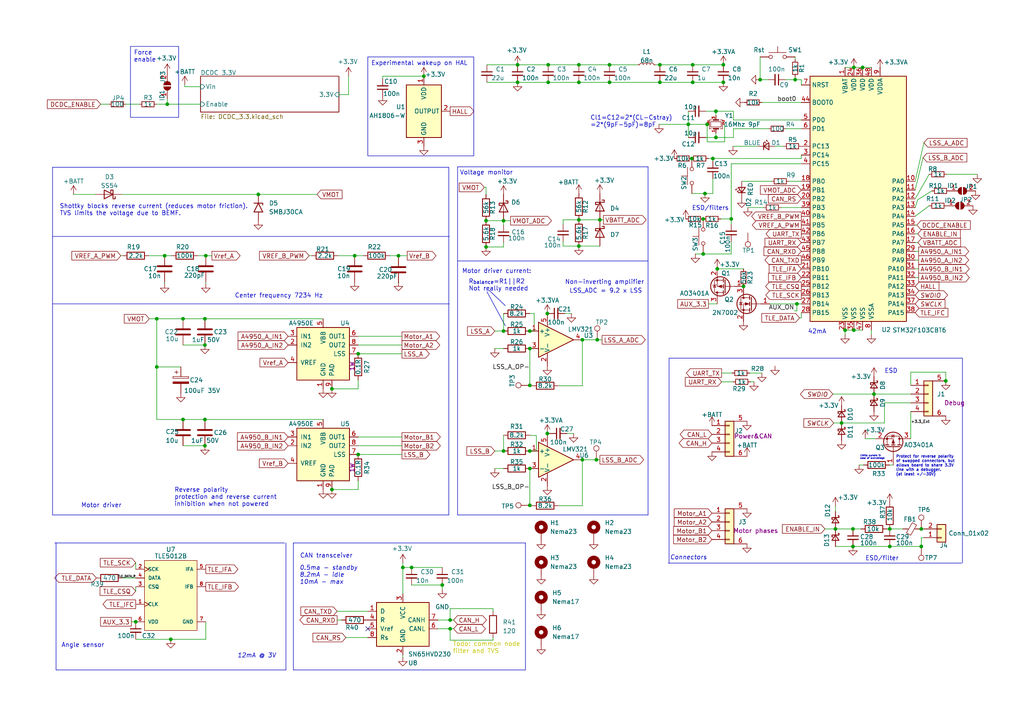
<source format=kicad_sch>
(kicad_sch (version 20230121) (generator eeschema)
  (paper "A4")
  (title_block (title "StepperServoCAN") (rev "0.2") (company "RetroPilot") (comment 1 "Licensed under CERN-OHL-S v2"))
  (junction (at 150.114 23.876))
  (junction (at 245.11 95.758))
  (junction (at 53.086 121.666))
  (junction (at 242.316 153.416))
  (junction (at 205.105 36.068))
  (junction (at 153.67 96.012))
  (junction (at 158.75 90.932))
  (junction (at 153.67 101.092))
  (junction (at 207.645 39.878))
  (junction (at 176.784 23.876))
  (junction (at 146.05 96.012))
  (junction (at 49.53 185.42))
  (junction (at 267.208 158.496))
  (junction (at 130.556 179.832))
  (junction (at 191.389 18.796))
  (junction (at 173.228 98.552))
  (junction (at 159.004 23.876))
  (junction (at 167.894 23.876))
  (junction (at 206.756 45.974))
  (junction (at 200.914 23.876))
  (junction (at 258.064 158.496))
  (junction (at 103.886 131.826))
  (junction (at 146.05 130.81))
  (junction (at 119.38 164.592))
  (junction (at 146.05 64.008))
  (junction (at 173.99 63.754))
  (junction (at 96.266 141.986))
  (junction (at 59.69 74.168))
  (junction (at 220.472 23.114))
  (junction (at 258.064 153.416))
  (junction (at 172.974 133.35))
  (junction (at 200.914 18.796))
  (junction (at 208.026 77.978))
  (junction (at 150.114 18.796))
  (junction (at 140.97 64.008))
  (junction (at 212.09 63.5))
  (junction (at 247.65 19.558))
  (junction (at 204.47 56.134))
  (junction (at 230.632 23.114))
  (junction (at 191.389 23.876))
  (junction (at 59.436 129.286))
  (junction (at 250.19 19.558))
  (junction (at 274.32 110.49))
  (junction (at 167.894 18.796))
  (junction (at 153.67 130.81))
  (junction (at 215.646 83.058))
  (junction (at 158.75 125.73))
  (junction (at 203.962 73.66))
  (junction (at 267.208 153.416))
  (junction (at 153.67 135.89))
  (junction (at 203.962 63.5))
  (junction (at 153.67 146.558))
  (junction (at 199.644 36.068))
  (junction (at 116.84 164.592))
  (junction (at 207.645 32.258))
  (junction (at 59.436 100.076))
  (junction (at 140.97 71.628))
  (junction (at 128.27 169.672))
  (junction (at 209.804 18.796))
  (junction (at 159.004 18.796))
  (junction (at 130.556 182.372))
  (junction (at 96.266 112.776))
  (junction (at 59.436 121.666))
  (junction (at 39.37 180.34))
  (junction (at 53.086 92.456))
  (junction (at 45.466 106.426))
  (junction (at 153.67 111.76))
  (junction (at 47.752 74.168))
  (junction (at 200.66 45.974))
  (junction (at 122.936 22.098))
  (junction (at 45.466 92.456))
  (junction (at 102.87 74.168))
  (junction (at 168.91 98.552))
  (junction (at 247.396 153.416))
  (junction (at 247.65 95.758))
  (junction (at 115.57 74.168))
  (junction (at 209.804 23.876))
  (junction (at 59.436 92.456))
  (junction (at 176.784 18.796))
  (junction (at 103.886 102.616))
  (junction (at 48.514 30.226))
  (junction (at 167.894 63.754))
  (junction (at 253.492 114.3))
  (junction (at 231.14 88.138))
  (junction (at 168.91 133.35))
  (junction (at 167.894 71.374))
  (junction (at 244.094 122.682))
  (junction (at 247.396 158.496))
  (junction (at 74.93 56.388))
  (no_connect (at 106.68 182.372))
  (wire (pts (xy 98.044 74.168) (xy 102.87 74.168)))
  (wire (pts (xy 110.998 22.098) (xy 122.936 22.098)))
  (wire (pts (xy 269.494 50.546) (xy 265.43 57.658)))
  (wire (pts (xy 53.086 121.666) (xy 59.436 121.666)))
  (wire (pts (xy 264.16 111.76) (xy 264.16 107.95)))
  (wire (pts (xy 161.925 111.887) (xy 168.91 111.887)))
  (wire (pts (xy 209.296 108.204) (xy 212.344 108.204)))
  (wire (pts (xy 215.646 77.978) (xy 208.026 77.978)))
  (wire (pts (xy 103.886 139.446) (xy 103.886 141.986)))
  (polyline (pts (xy 187.96 149.352) (xy 187.96 48.387)))
  (wire (pts (xy 143.002 176.53) (xy 143.002 177.292)))
  (wire (pts (xy 38.1 180.34) (xy 39.37 180.34)))
  (wire (pts (xy 59.69 74.168) (xy 61.468 74.168)))
  (wire (pts (xy 97.79 179.832) (xy 99.06 179.832)))
  (wire (pts (xy 35.56 167.64) (xy 39.37 167.64)))
  (wire (pts (xy 269.494 59.69) (xy 265.43 62.738)))
  (wire (pts (xy 167.894 23.876) (xy 176.784 23.876)))
  (wire (pts (xy 212.725 37.338) (xy 222.885 37.338)))
  (polyline (pts (xy 130.175 149.352) (xy 130.175 48.514)))
  (polyline (pts (xy 85.09 157.48) (xy 85.09 194.31)))
  (wire (pts (xy 209.296 110.744) (xy 212.598 110.744)))
  (wire (pts (xy 59.69 82.296) (xy 59.69 81.788)))
  (wire (pts (xy 39.37 163.195) (xy 39.37 165.1)))
  (wire (pts (xy 163.322 63.754) (xy 167.894 63.754)))
  (wire (pts (xy 266.192 70.358) (xy 265.43 70.358)))
  (polyline (pts (xy 130.175 48.514) (xy 15.24 48.514)))
  (polyline (pts (xy 85.09 157.48) (xy 152.4 157.48)))
  (wire (pts (xy 245.11 95.758) (xy 247.65 95.758)))
  (wire (pts (xy 212.09 70.104) (xy 212.09 73.66)))
  (wire (pts (xy 173.99 63.754) (xy 175.006 63.754)))
  (wire (pts (xy 224.79 42.418) (xy 227.33 42.418)))
  (wire (pts (xy 231.902 92.202) (xy 232.41 92.202)))
  (wire (pts (xy 155.575 130.81) (xy 153.67 130.81)))
  (wire (pts (xy 256.54 116.84) (xy 264.16 116.84)))
  (polyline (pts (xy 193.802 163.322) (xy 278.892 163.322)))
  (wire (pts (xy 212.725 37.338) (xy 212.725 39.878)))
  (wire (pts (xy 128.27 169.672) (xy 128.27 170.942)))
  (wire (pts (xy 241.554 114.3) (xy 253.492 114.3)))
  (wire (pts (xy 57.404 74.168) (xy 59.69 74.168)))
  (wire (pts (xy 27.686 56.388) (xy 21.336 56.388)))
  (wire (pts (xy 168.91 98.552) (xy 173.228 98.552)))
  (wire (pts (xy 216.916 60.198) (xy 221.488 60.198)))
  (wire (pts (xy 143.002 184.912) (xy 143.002 185.674)))
  (wire (pts (xy 110.998 22.098) (xy 110.998 22.86)))
  (wire (pts (xy 226.568 60.198) (xy 232.41 60.198)))
  (wire (pts (xy 228.854 52.578) (xy 232.41 52.578)))
  (wire (pts (xy -28.702 160.02) (xy -28.702 162.306)))
  (wire (pts (xy 274.574 50.546) (xy 283.464 50.546)))
  (wire (pts (xy 47.752 82.296) (xy 47.752 81.788)))
  (wire (pts (xy 53.086 100.076) (xy 59.436 100.076)))
  (wire (pts (xy 207.645 32.258) (xy 212.725 32.258)))
  (wire (pts (xy 230.632 22.352) (xy 230.632 23.114)))
  (wire (pts (xy 176.784 23.876) (xy 191.389 23.876)))
  (wire (pts (xy 274.32 107.95) (xy 274.32 110.49)))
  (wire (pts (xy 146.05 64.008) (xy 148.082 64.008)))
  (wire (pts (xy 256.54 122.682) (xy 244.094 122.682)))
  (wire (pts (xy 49.53 185.42) (xy 39.37 185.42)))
  (wire (pts (xy 212.09 47.498) (xy 212.09 63.5)))
  (wire (pts (xy 199.644 36.068) (xy 199.644 32.258)))
  (wire (pts (xy 116.84 164.592) (xy 116.84 163.322)))
  (wire (pts (xy 231.14 88.138) (xy 232.41 88.138)))
  (wire (pts (xy 204.47 56.134) (xy 206.756 56.134)))
  (polyline (pts (xy 141.224 84.582) (xy 146.558 94.488)))
  (wire (pts (xy 103.886 141.986) (xy 96.266 141.986)))
  (wire (pts (xy 130.556 179.832) (xy 131.572 179.832)))
  (wire (pts (xy 29.21 30.226) (xy 31.496 30.226)))
  (wire (pts (xy 212.09 63.5) (xy 209.042 63.5)))
  (wire (pts (xy 53.594 25.146) (xy 58.166 25.146)))
  (wire (pts (xy 161.925 146.685) (xy 168.91 146.685)))
  (wire (pts (xy 119.38 169.672) (xy 128.27 169.672)))
  (polyline (pts (xy 16.256 157.48) (xy 16.256 194.31)))
  (wire (pts (xy 200.406 45.974) (xy 200.66 45.974)))
  (wire (pts (xy 241.808 122.682) (xy 244.094 122.682)))
  (wire (pts (xy 212.725 34.798) (xy 232.41 34.798)))
  (wire (pts (xy 205.105 36.068) (xy 205.105 41.148)))
  (wire (pts (xy 116.84 164.592) (xy 119.38 164.592)))
  (polyline (pts (xy 15.24 149.352) (xy 130.175 149.352)))
  (polyline (pts (xy 82.931 194.31) (xy 82.931 157.48)))
  (wire (pts (xy 242.316 158.496) (xy 247.396 158.496)))
  (wire (pts (xy 176.784 18.796) (xy 185.039 18.796)))
  (wire (pts (xy 252.73 95.758) (xy 252.73 97.028)))
  (wire (pts (xy 103.886 129.286) (xy 116.586 129.286)))
  (wire (pts (xy 98.298 27.432) (xy 101.092 27.432)))
  (wire (pts (xy 103.886 110.236) (xy 103.886 112.776)))
  (wire (pts (xy 45.466 106.426) (xy 52.451 106.426)))
  (wire (pts (xy 220.98 108.204) (xy 217.424 108.204)))
  (wire (pts (xy 220.472 16.51) (xy 220.472 23.114)))
  (wire (pts (xy 232.41 47.498) (xy 212.09 47.498)))
  (wire (pts (xy 206.756 45.974) (xy 232.41 45.974)))
  (wire (pts (xy 154.94 90.932) (xy 154.94 96.012)))
  (wire (pts (xy 231.14 90.17) (xy 231.14 88.138)))
  (wire (pts (xy 168.91 133.35) (xy 168.91 146.685)))
  (wire (pts (xy 153.67 146.558) (xy 153.67 135.89)))
  (wire (pts (xy 247.396 153.416) (xy 249.682 153.416)))
  (wire (pts (xy 250.952 127.254) (xy 254 127.254)))
  (wire (pts (xy 200.66 56.134) (xy 204.47 56.134)))
  (wire (pts (xy 207.645 39.878) (xy 212.725 39.878)))
  (wire (pts (xy 232.41 23.114) (xy 230.632 23.114)))
  (wire (pts (xy 103.886 102.616) (xy 116.586 102.616)))
  (wire (pts (xy 97.79 177.292) (xy 106.68 177.292)))
  (wire (pts (xy 247.65 95.758) (xy 250.19 95.758)))
  (wire (pts (xy 247.65 19.558) (xy 250.19 19.558)))
  (polyline (pts (xy 15.875 157.48) (xy 82.55 157.48)))
  (wire (pts (xy 150.114 23.876) (xy 159.004 23.876)))
  (wire (pts (xy 266.446 75.438) (xy 265.43 75.438)))
  (wire (pts (xy 140.462 54.356) (xy 140.97 54.356)))
  (wire (pts (xy 200.914 18.796) (xy 209.804 18.796)))
  (wire (pts (xy 158.75 125.73) (xy 159.385 125.73)))
  (wire (pts (xy 212.598 42.418) (xy 219.71 42.418)))
  (wire (pts (xy 154.94 90.932) (xy 153.67 90.932)))
  (polyline (pts (xy 194.056 103.886) (xy 194.056 163.322)))
  (wire (pts (xy 222.758 23.114) (xy 220.472 23.114)))
  (wire (pts (xy 116.84 190.627) (xy 116.84 189.992)))
  (wire (pts (xy 143.51 130.81) (xy 146.05 130.81)))
  (wire (pts (xy 206.756 45.974) (xy 206.756 46.736)))
  (wire (pts (xy 270.256 55.372) (xy 266.192 57.912)))
  (wire (pts (xy 153.67 146.685) (xy 153.67 146.558)))
  (wire (pts (xy 266.446 80.518) (xy 265.43 80.518)))
  (wire (pts (xy 207.645 39.878) (xy 207.645 38.608)))
  (wire (pts (xy 218.694 110.744) (xy 217.678 110.744)))
  (wire (pts (xy 103.886 131.826) (xy 116.586 131.826)))
  (wire (pts (xy 141.224 23.876) (xy 150.114 23.876)))
  (wire (pts (xy 242.316 153.416) (xy 247.396 153.416)))
  (wire (pts (xy 143.51 96.012) (xy 146.05 96.012)))
  (wire (pts (xy 146.05 70.358) (xy 146.05 71.628)))
  (wire (pts (xy 212.09 63.5) (xy 212.09 65.024)))
  (wire (pts (xy 143.51 101.092) (xy 146.05 101.092)))
  (polyline (pts (xy 141.732 84.074) (xy 146.558 88.646)))
  (wire (pts (xy 49.53 185.42) (xy 59.69 185.42)))
  (wire (pts (xy 200.914 23.876) (xy 209.804 23.876)))
  (wire (pts (xy -30.988 160.02) (xy -28.702 160.02)))
  (wire (pts (xy 264.16 107.95) (xy 274.32 107.95)))
  (wire (pts (xy 45.466 30.226) (xy 48.514 30.226)))
  (wire (pts (xy 220.98 29.718) (xy 232.41 29.718)))
  (wire (pts (xy 59.436 121.666) (xy 93.726 121.666)))
  (wire (pts (xy 267.208 155.956) (xy 267.97 155.956)))
  (wire (pts (xy 258.064 158.496) (xy 267.208 158.496)))
  (wire (pts (xy 36.576 30.226) (xy 40.386 30.226)))
  (wire (pts (xy 205.486 88.138) (xy 208.026 88.138)))
  (wire (pts (xy 146.05 126.238) (xy 146.05 130.81)))
  (wire (pts (xy 199.644 36.068) (xy 191.135 36.068)))
  (wire (pts (xy 45.466 106.426) (xy 45.466 121.666)))
  (wire (pts (xy 35.052 74.168) (xy 35.56 74.168)))
  (wire (pts (xy 146.05 71.628) (xy 140.97 71.628)))
  (wire (pts (xy 266.446 77.978) (xy 265.43 77.978)))
  (wire (pts (xy 264.16 127.254) (xy 264.16 119.38)))
  (wire (pts (xy 150.114 18.796) (xy 159.004 18.796)))
  (wire (pts (xy 116.84 164.592) (xy 116.84 172.212)))
  (wire (pts (xy 242.316 146.812) (xy 242.316 148.336)))
  (wire (pts (xy 267.208 153.416) (xy 267.97 153.416)))
  (polyline (pts (xy 15.24 88.138) (xy 130.302 88.138)))
  (wire (pts (xy 253.492 114.3) (xy 264.16 114.3)))
  (wire (pts (xy 265.43 65.278) (xy 265.938 65.278)))
  (polyline (pts (xy 85.09 194.31) (xy 152.4 194.31)))
  (wire (pts (xy 39.37 170.18) (xy 39.37 171.45)))
  (wire (pts (xy 258.064 134.874) (xy 259.08 134.874)))
  (wire (pts (xy 215.138 52.578) (xy 223.774 52.578)))
  (wire (pts (xy 53.594 25.146) (xy 53.594 24.638)))
  (wire (pts (xy 59.69 180.34) (xy 59.69 185.42)))
  (wire (pts (xy 53.086 129.286) (xy 59.436 129.286)))
  (wire (pts (xy 59.436 92.456) (xy 93.726 92.456)))
  (wire (pts (xy 141.224 18.796) (xy 150.114 18.796)))
  (wire (pts (xy 130.556 182.372) (xy 127 182.372)))
  (wire (pts (xy 267.208 153.416) (xy 266.954 153.416)))
  (wire (pts (xy 48.514 28.702) (xy 48.514 30.226)))
  (wire (pts (xy 223.266 88.138) (xy 231.14 88.138)))
  (wire (pts (xy 232.41 45.974) (xy 232.41 44.958)))
  (wire (pts (xy 191.389 18.796) (xy 200.914 18.796)))
  (wire (pts (xy 35.306 56.388) (xy 74.93 56.388)))
  (wire (pts (xy 103.886 100.076) (xy 116.586 100.076)))
  (wire (pts (xy 101.092 27.432) (xy 101.092 22.098)))
  (wire (pts (xy 204.724 32.258) (xy 207.645 32.258)))
  (wire (pts (xy 140.97 54.356) (xy 140.97 56.388)))
  (wire (pts (xy 227.965 37.338) (xy 232.41 37.338)))
  (wire (pts (xy 159.004 18.796) (xy 167.894 18.796)))
  (wire (pts (xy 168.91 133.35) (xy 172.974 133.35)))
  (wire (pts (xy 167.894 63.754) (xy 173.99 63.754)))
  (wire (pts (xy 258.064 153.416) (xy 261.874 153.416)))
  (wire (pts (xy 167.894 71.374) (xy 173.99 71.374)))
  (wire (pts (xy 232.41 23.114) (xy 232.41 24.638)))
  (wire (pts (xy 45.466 106.426) (xy 45.466 92.456)))
  (wire (pts (xy 146.05 65.278) (xy 146.05 64.008)))
  (wire (pts (xy 115.57 74.422) (xy 115.57 74.168)))
  (wire (pts (xy 207.645 32.258) (xy 207.645 33.528)))
  (wire (pts (xy 48.514 30.226) (xy 58.166 30.226)))
  (wire (pts (xy 199.644 36.068) (xy 199.644 39.878)))
  (wire (pts (xy 239.268 153.416) (xy 242.316 153.416)))
  (wire (pts (xy 266.446 72.898) (xy 265.43 72.898)))
  (wire (pts (xy 130.556 176.53) (xy 143.002 176.53)))
  (wire (pts (xy 203.962 73.66) (xy 212.09 73.66)))
  (wire (pts (xy 153.67 111.76) (xy 153.67 101.092)))
  (wire (pts (xy 113.03 74.168) (xy 115.57 74.168)))
  (wire (pts (xy 103.886 126.746) (xy 116.586 126.746)))
  (polyline (pts (xy 279.146 163.322) (xy 279.146 103.886)))
  (wire (pts (xy 100.33 184.912) (xy 106.68 184.912)))
  (wire (pts (xy 205.105 41.148) (xy 210.185 41.148)))
  (wire (pts (xy 257.302 153.416) (xy 258.064 153.416)))
  (polyline (pts (xy 132.715 149.352) (xy 187.96 149.352)))
  (polyline (pts (xy 15.24 48.514) (xy 15.24 149.352)))
  (wire (pts (xy 103.886 97.536) (xy 116.586 97.536)))
  (polyline (pts (xy 132.715 48.387) (xy 187.96 48.387)))
  (wire (pts (xy 167.894 18.796) (xy 176.784 18.796)))
  (wire (pts (xy 255.27 19.812) (xy 255.27 19.558)))
  (wire (pts (xy 266.192 57.912) (xy 265.43 60.198)))
  (wire (pts (xy 140.97 64.008) (xy 146.05 64.008)))
  (wire (pts (xy 230.632 16.51) (xy 230.632 17.272)))
  (polyline (pts (xy 16.256 194.31) (xy 82.931 194.31)))
  (wire (pts (xy 172.974 133.35) (xy 173.99 133.35)))
  (wire (pts (xy 153.67 111.887) (xy 153.67 111.76)))
  (wire (pts (xy 249.174 134.874) (xy 250.444 134.874)))
  (wire (pts (xy 43.307 92.456) (xy 45.466 92.456)))
  (polyline (pts (xy 15.24 68.58) (xy 130.302 68.58)))
  (wire (pts (xy 130.556 185.674) (xy 130.556 182.372)))
  (wire (pts (xy 155.575 126.365) (xy 153.67 126.238)))
  (wire (pts (xy 53.086 92.456) (xy 59.436 92.456)))
  (wire (pts (xy 45.466 121.666) (xy 53.086 121.666)))
  (wire (pts (xy 208.026 77.724) (xy 208.026 77.978)))
  (wire (pts (xy 163.322 70.104) (xy 163.322 71.374)))
  (wire (pts (xy 232.41 92.202) (xy 232.41 90.678)))
  (wire (pts (xy 256.54 116.84) (xy 256.54 122.682)))
  (wire (pts (xy 153.67 146.685) (xy 154.305 146.685)))
  (wire (pts (xy 168.91 98.552) (xy 168.91 111.887)))
  (wire (pts (xy 105.41 74.168) (xy 102.87 74.168)))
  (wire (pts (xy 49.784 74.168) (xy 47.752 74.168)))
  (wire (pts (xy 74.93 56.388) (xy 91.948 56.388)))
  (polyline (pts (xy 152.4 194.31) (xy 152.4 157.48)))
  (wire (pts (xy 163.83 90.932) (xy 165.735 90.932)))
  (wire (pts (xy 173.228 98.552) (xy 174.625 98.552)))
  (wire (pts (xy 250.19 19.558) (xy 252.73 19.558)))
  (wire (pts (xy 201.676 73.66) (xy 203.962 73.66)))
  (wire (pts (xy 131.572 182.372) (xy 130.556 182.372)))
  (wire (pts (xy 164.465 125.73) (xy 166.37 125.73)))
  (wire (pts (xy 119.38 164.592) (xy 128.27 164.592)))
  (wire (pts (xy 45.466 92.456) (xy 53.086 92.456)))
  (polyline (pts (xy 132.715 48.387) (xy 132.715 149.352)))
  (wire (pts (xy 89.662 74.168) (xy 90.424 74.168)))
  (wire (pts (xy 96.266 112.776) (xy 103.886 112.776)))
  (wire (pts (xy 155.575 126.365) (xy 155.575 130.81)))
  (wire (pts (xy 127 179.832) (xy 130.556 179.832)))
  (polyline (pts (xy 194.056 103.886) (xy 279.146 103.886)))
  (wire (pts (xy 130.556 176.53) (xy 130.556 179.832)))
  (wire (pts (xy 204.724 39.878) (xy 207.645 39.878)))
  (wire (pts (xy 190.119 18.796) (xy 191.389 18.796)))
  (wire (pts (xy 115.57 74.168) (xy 118.11 74.168)))
  (wire (pts (xy 267.208 158.496) (xy 267.208 155.956)))
  (wire (pts (xy 163.322 65.024) (xy 163.322 63.754)))
  (wire (pts (xy 245.11 95.758) (xy 245.11 97.028)))
  (wire (pts (xy 154.94 96.012) (xy 153.67 96.012)))
  (wire (pts (xy 43.18 74.168) (xy 47.752 74.168)))
  (wire (pts (xy 163.322 71.374) (xy 167.894 71.374)))
  (wire (pts (xy 266.192 67.818) (xy 265.43 67.818)))
  (wire (pts (xy 230.378 90.17) (xy 231.14 90.17)))
  (wire (pts (xy 153.67 111.887) (xy 154.305 111.887)))
  (wire (pts (xy 130.556 185.674) (xy 143.002 185.674)))
  (wire (pts (xy 205.486 45.974) (xy 206.756 45.974)))
  (wire (pts (xy 267.716 45.72) (xy 265.43 55.118)))
  (polyline (pts (xy 132.715 75.692) (xy 187.96 75.692)))
  (wire (pts (xy 210.185 41.148) (xy 210.185 36.068)))
  (wire (pts (xy 191.389 23.876) (xy 200.914 23.876)))
  (wire (pts (xy 115.57 82.042) (xy 115.57 81.788)))
  (wire (pts (xy 267.97 41.402) (xy 265.43 52.578)))
  (wire (pts (xy 247.396 158.496) (xy 258.064 158.496)))
  (wire (pts (xy 230.632 23.114) (xy 227.838 23.114)))
  (wire (pts (xy 245.11 19.558) (xy 247.65 19.558)))
  (wire (pts (xy 143.51 135.89) (xy 146.05 135.89)))
  (wire (pts (xy 199.644 36.068) (xy 205.105 36.068)))
  (wire (pts (xy 206.756 51.816) (xy 206.756 56.134)))
  (wire (pts (xy 212.725 32.258) (xy 212.725 34.798)))
  (wire (pts (xy 159.004 23.876) (xy 167.894 23.876)))
  (wire (pts (xy 146.05 90.932) (xy 146.05 96.012)))
  (text_box "Force enable" (at 37.846 13.462 0) (size 13.97 20.574) (effects (font (size 1.27 1.27)) (justify left top)))
  (text_box "Experimental wakeup on HAL" (at 106.68 16.51 0) (size 30.734 28.702) (effects (font (size 1.27 1.27)) (justify left top)))
  (text "LSS_ADC = 9.2 x LSS" (at 165.1 85.217 0) (effects (font (size 1.27 1.27)) (justify left bottom)))
  (text "42mA" (at 234.315 97.028 0) (effects (font (size 1.27 1.27)) (justify left bottom)))
  (text "R_{balance}=R1||R2\nNot really needed" (at 135.89 84.582 0) (effects (font (size 1.27 1.27)) (justify left bottom)))
  (text "Todo: common node \nfilter and TVS" (at 131.318 189.738 0) (effects (font (size 1.27 1.27)) (justify left bottom)))
  (text "CAN transceiver\n" (at 86.995 162.052 0) (effects (font (size 1.27 1.27)) (justify left bottom)))
  (text "Non-inverting amplifier" (at 163.83 82.677 0) (effects (font (size 1.27 1.27)) (justify left bottom)))
  (text "Center frequency 7234 Hz" (at 68.072 86.614 0) (effects (font (size 1.27 1.27)) (justify left bottom)))
  (text "Angle sensor" (at 17.78 187.96 0) (effects (font (size 1.27 1.27)) (justify left bottom)))
  (text "Protect for reverse polarity \nof swapped connectors, but \nallows board to share 3.3V\nline with a debugger.\n(at least +/-30V)" (at 259.842 138.176 0) (effects (font (size 0.8 0.8)) (justify left bottom)))
  (text "ESD/filters" (at 200.66 61.214 0) (effects (font (size 1.27 1.27)) (justify left bottom)))
  (text "Motor driver" (at 23.495 147.447 0) (effects (font (size 1.27 1.27)) (justify left bottom)))
  (text "ESD/filter" (at 250.952 162.814 0) (effects (font (size 1.27 1.27)) (justify left bottom)))
  (text "Shottky blocks reverse current (reduces motor friction). \nTVS limits the voltage due to BEMF." (at 17.272 62.738 0) (effects (font (size 1.27 1.27)) (justify left bottom)))
  (text "Limits current in \ncase of overvoltage" (at 249.428 133.35 0) (effects (font (size 0.47 0.47)) (justify left bottom)))
  (text "Connectors" (at 194.31 162.56 0) (effects (font (size 1.27 1.27) italic) (justify left bottom)))
  (text "12mA @ 3V" (at 68.834 191.008 0) (effects (font (size 1.27 1.27) italic) (justify left bottom)))
  (text "Reverse polarity\nprotection and reverse current\ninhibition when not powered" (at 50.546 147.066 0) (effects (font (size 1.27 1.27)) (justify left bottom)))
  (text "Voltage monitor" (at 133.35 50.927 0) (effects (font (size 1.27 1.27)) (justify left bottom)))
  (text "0.5ma - standby\n8.2mA - idle\n10mA - max" (at 86.868 169.672 0) (effects (font (size 1.27 1.27) italic) (justify left bottom)))
  (text "Cl1=C12=2*(CL-Cstray)\n=2*(9pF-5pF)=8pF\n" (at 171.196 37.084 0) (effects (font (size 1.27 1.27)) (justify left bottom)))
  (text "Motor driver current:" (at 133.985 79.502 0) (effects (font (size 1.27 1.27)) (justify left bottom)))
  (text "ESD" (at 256.54 108.458 0) (effects (font (size 1.27 1.27)) (justify left bottom)))
  (label "AUX_ON" (at 230.378 90.17 180))
  (label "TLE_DATA_R" (at 39.37 167.64 180) (effects (font (size 0.6 0.6))))
  (label "TLE_DATA_R" (at -41.402 169.926 180) (effects (font (size 0.6 0.6))))
  (label "LSS_A_OP-" (at 153.67 107.442 180))
  (label "boot0" (at 225.425 29.718 0))
  (label "AUX_ON" (at -41.402 172.466 180))
  (label "+3.3_Ext" (at 264.16 122.936 0) (effects (font (size 0.8 0.8))))
  (label "LSS_B_OP-" (at 153.67 142.24 180))
  (global_label "ENABLE_IN" (shape input) (at 239.268 153.416 180) (property "Intersheetrefs" "${INTERSHEET_REFS}" (effects hide)))
  (global_label "DCDC_ENABLE" (shape input) (at 265.938 65.278 0) (property "Intersheetrefs" "${INTERSHEET_REFS}" (effects hide)))
  (global_label "VREF_B_PWM" (shape input) (at 89.662 74.168 180) (property "Intersheetrefs" "${INTERSHEET_REFS}" (effects hide)))
  (global_label "AUX_3.3" (shape passive) (at -30.988 160.02 180) (property "Intersheetrefs" "${INTERSHEET_REFS}" (effects hide)))
  (global_label "TLE_IFC" (shape input) (at 265.43 90.678 0) (property "Intersheetrefs" "${INTERSHEET_REFS}" (effects hide)))
  (global_label "VBATT_ADC" (shape output) (at 175.006 63.754 0) (property "Intersheetrefs" "${INTERSHEET_REFS}" (effects hide)))
  (global_label "LSS_B" (shape output) (at 116.586 131.826 0) (property "Intersheetrefs" "${INTERSHEET_REFS}" (effects hide)))
  (global_label "LSS_B" (shape input) (at 143.51 130.81 180) (property "Intersheetrefs" "${INTERSHEET_REFS}" (effects hide)))
  (global_label "Motor_B1" (shape output) (at 116.586 126.746 0) (property "Intersheetrefs" "${INTERSHEET_REFS}" (effects hide)))
  (global_label "HALL" (shape output) (at 130.556 32.258 0) (property "Intersheetrefs" "${INTERSHEET_REFS}" (effects hide)))
  (global_label "VMOT" (shape input) (at 140.462 54.356 180) (property "Intersheetrefs" "${INTERSHEET_REFS}" (effects hide)))
  (global_label "ENABLE_IN" (shape input) (at 266.192 67.818 0) (property "Intersheetrefs" "${INTERSHEET_REFS}" (effects hide)))
  (global_label "CAN_RS" (shape input) (at 232.41 57.658 180) (property "Intersheetrefs" "${INTERSHEET_REFS}" (effects hide)))
  (global_label "LSS_A_ADC" (shape output) (at 174.625 98.552 0) (property "Intersheetrefs" "${INTERSHEET_REFS}" (effects hide)))
  (global_label "Motor_A2" (shape input) (at 206.502 151.384 180) (property "Intersheetrefs" "${INTERSHEET_REFS}" (effects hide)))
  (global_label "A4950_B_IN2" (shape input) (at 83.566 129.286 180) (property "Intersheetrefs" "${INTERSHEET_REFS}" (effects hide)))
  (global_label "TLE_SCK" (shape output) (at 232.41 85.598 180) (property "Intersheetrefs" "${INTERSHEET_REFS}" (effects hide)))
  (global_label "TLE_CSQ" (shape output) (at 232.41 83.058 180) (property "Intersheetrefs" "${INTERSHEET_REFS}" (effects hide)))
  (global_label "SWDIO" (shape bidirectional) (at 241.554 114.3 180) (effects (font italic)) (property "Intersheetrefs" "${INTERSHEET_REFS}" (effects hide)))
  (global_label "Motor_B1" (shape input) (at 206.502 153.924 180) (property "Intersheetrefs" "${INTERSHEET_REFS}" (effects hide)))
  (global_label "VREF_A_PWM" (shape output) (at 232.41 65.278 180) (property "Intersheetrefs" "${INTERSHEET_REFS}" (effects hide)))
  (global_label "LSS_A" (shape input) (at 143.51 96.012 180) (property "Intersheetrefs" "${INTERSHEET_REFS}" (effects hide)))
  (global_label "HALL" (shape output) (at -16.002 167.386 0) (property "Intersheetrefs" "${INTERSHEET_REFS}" (effects hide)))
  (global_label "SWCLK" (shape input) (at 265.43 88.138 0) (effects (font italic)) (property "Intersheetrefs" "${INTERSHEET_REFS}" (effects hide)))
  (global_label "Motor_A1" (shape input) (at 206.502 148.844 180) (property "Intersheetrefs" "${INTERSHEET_REFS}" (effects hide)))
  (global_label "Vref_B" (shape input) (at 83.566 134.366 180) (property "Intersheetrefs" "${INTERSHEET_REFS}" (effects hide)))
  (global_label "A4950_A_IN1" (shape input) (at 83.566 97.536 180) (property "Intersheetrefs" "${INTERSHEET_REFS}" (effects hide)))
  (global_label "AUX_3.3" (shape passive) (at 205.486 88.138 180) (property "Intersheetrefs" "${INTERSHEET_REFS}" (effects hide)))
  (global_label "Vref_A" (shape output) (at 61.468 74.168 0) (property "Intersheetrefs" "${INTERSHEET_REFS}" (effects hide)))
  (global_label "UART_RX" (shape input) (at 209.296 110.744 180) (property "Intersheetrefs" "${INTERSHEET_REFS}" (effects hide)))
  (global_label "TLE_IFB" (shape input) (at 232.41 80.518 180) (property "Intersheetrefs" "${INTERSHEET_REFS}" (effects hide)))
  (global_label "VREF_B_PWM" (shape output) (at 232.41 62.738 180) (property "Intersheetrefs" "${INTERSHEET_REFS}" (effects hide)))
  (global_label "UART_TX" (shape output) (at 209.296 108.204 180) (property "Intersheetrefs" "${INTERSHEET_REFS}" (effects hide)))
  (global_label "CAN_TXD" (shape output) (at 232.41 75.438 180) (property "Intersheetrefs" "${INTERSHEET_REFS}" (effects hide)))
  (global_label "CAN_H" (shape bidirectional) (at 206.502 128.524 180) (property "Intersheetrefs" "${INTERSHEET_REFS}" (effects hide)))
  (global_label "A4950_A_IN1" (shape output) (at 266.446 72.898 0) (property "Intersheetrefs" "${INTERSHEET_REFS}" (effects hide)))
  (global_label "CAN_H" (shape bidirectional) (at 131.572 179.832 0) (property "Intersheetrefs" "${INTERSHEET_REFS}" (effects hide)))
  (global_label "TLE_CSQ" (shape input) (at -41.402 175.006 180) (property "Intersheetrefs" "${INTERSHEET_REFS}" (effects hide)))
  (global_label "LSS_B_ADC" (shape output) (at 173.99 133.35 0) (property "Intersheetrefs" "${INTERSHEET_REFS}" (effects hide)))
  (global_label "UART_RX" (shape input) (at 232.41 70.358 180) (property "Intersheetrefs" "${INTERSHEET_REFS}" (effects hide)))
  (global_label "TLE_DATA" (shape input) (at 231.902 92.202 180) (property "Intersheetrefs" "${INTERSHEET_REFS}" (effects hide)))
  (global_label "TLE_IFA" (shape input) (at 232.41 77.978 180) (property "Intersheetrefs" "${INTERSHEET_REFS}" (effects hide)))
  (global_label "Motor_A2" (shape output) (at 116.586 100.076 0) (property "Intersheetrefs" "${INTERSHEET_REFS}" (effects hide)))
  (global_label "A4950_A_IN2" (shape output) (at 266.446 75.438 0) (property "Intersheetrefs" "${INTERSHEET_REFS}" (effects hide)))
  (global_label "LSS_A" (shape output) (at 116.586 102.616 0) (property "Intersheetrefs" "${INTERSHEET_REFS}" (effects hide)))
  (global_label "A4950_B_IN1" (shape output) (at 266.446 77.978 0) (property "Intersheetrefs" "${INTERSHEET_REFS}" (effects hide)))
  (global_label "Vref_A" (shape input) (at 83.566 105.156 180) (property "Intersheetrefs" "${INTERSHEET_REFS}" (effects hide)))
  (global_label "LSS_A_ADC" (shape input) (at 267.97 41.402 0) (property "Intersheetrefs" "${INTERSHEET_REFS}" (effects hide)))
  (global_label "LSS_B_ADC" (shape input) (at 267.716 45.72 0) (property "Intersheetrefs" "${INTERSHEET_REFS}" (effects hide)))
  (global_label "Motor_B2" (shape input) (at 206.502 156.464 180) (property "Intersheetrefs" "${INTERSHEET_REFS}" (effects hide)))
  (global_label "Vref_B" (shape output) (at 118.11 74.168 0) (property "Intersheetrefs" "${INTERSHEET_REFS}" (effects hide)))
  (global_label "VREF_A_PWM" (shape input) (at 35.052 74.168 180) (property "Intersheetrefs" "${INTERSHEET_REFS}" (effects hide)))
  (global_label "TLE_SCK" (shape input) (at -41.402 167.386 180) (property "Intersheetrefs" "${INTERSHEET_REFS}" (effects hide)))
  (global_label "CAN_L" (shape bidirectional) (at 206.502 125.984 180) (property "Intersheetrefs" "${INTERSHEET_REFS}" (effects hide)))
  (global_label "VMOT" (shape input) (at 43.307 92.456 180) (property "Intersheetrefs" "${INTERSHEET_REFS}" (effects hide)))
  (global_label "DCDC_ENABLE" (shape input) (at 29.21 30.226 180) (property "Intersheetrefs" "${INTERSHEET_REFS}" (effects hide)))
  (global_label "VBATT_ADC" (shape input) (at 266.192 70.358 0) (property "Intersheetrefs" "${INTERSHEET_REFS}" (effects hide)))
  (global_label "SWDIO" (shape bidirectional) (at 265.43 85.598 0) (effects (font italic)) (property "Intersheetrefs" "${INTERSHEET_REFS}" (effects hide)))
  (global_label "VMOT" (shape input) (at 91.948 56.388 0) (property "Intersheetrefs" "${INTERSHEET_REFS}" (effects hide)))
  (global_label "TLE_SCK" (shape input) (at 39.37 163.195 180) (property "Intersheetrefs" "${INTERSHEET_REFS}" (effects hide)))
  (global_label "HALL" (shape input) (at 265.43 83.058 0) (property "Intersheetrefs" "${INTERSHEET_REFS}" (effects hide)))
  (global_label "AUX_3.3" (shape passive) (at 38.1 180.34 180) (property "Intersheetrefs" "${INTERSHEET_REFS}" (effects hide)))
  (global_label "TLE_CSQ" (shape input) (at 39.37 171.45 180) (property "Intersheetrefs" "${INTERSHEET_REFS}" (effects hide)))
  (global_label "CAN_RXD" (shape output) (at 97.79 179.832 180) (property "Intersheetrefs" "${INTERSHEET_REFS}" (effects hide)))
  (global_label "SWCLK" (shape input) (at 241.808 122.682 180) (effects (font italic)) (property "Intersheetrefs" "${INTERSHEET_REFS}" (effects hide)))
  (global_label "CAN_TXD" (shape input) (at 97.79 177.292 180) (property "Intersheetrefs" "${INTERSHEET_REFS}" (effects hide)))
  (global_label "CAN_L" (shape bidirectional) (at 131.572 182.372 0) (property "Intersheetrefs" "${INTERSHEET_REFS}" (effects hide)))
  (global_label "TLE_IFA" (shape output) (at 59.69 165.1 0) (property "Intersheetrefs" "${INTERSHEET_REFS}" (effects hide)))
  (global_label "A4950_B_IN2" (shape output) (at 266.446 80.518 0) (property "Intersheetrefs" "${INTERSHEET_REFS}" (effects hide)))
  (global_label "CAN_RS" (shape input) (at 100.33 184.912 180) (property "Intersheetrefs" "${INTERSHEET_REFS}" (effects hide)))
  (global_label "UART_TX" (shape output) (at 232.41 67.818 180) (property "Intersheetrefs" "${INTERSHEET_REFS}" (effects hide)))
  (global_label "TLE_IFB" (shape output) (at 59.69 170.18 0) (property "Intersheetrefs" "${INTERSHEET_REFS}" (effects hide)))
  (global_label "VMOT_ADC" (shape input) (at 232.41 55.118 180) (property "Intersheetrefs" "${INTERSHEET_REFS}" (effects hide)))
  (global_label "CAN_RXD" (shape input) (at 232.41 72.898 180) (property "Intersheetrefs" "${INTERSHEET_REFS}" (effects hide)))
  (global_label "A4950_B_IN1" (shape input) (at 83.566 126.746 180) (property "Intersheetrefs" "${INTERSHEET_REFS}" (effects hide)))
  (global_label "VMOT_ADC" (shape output) (at 148.082 64.008 0) (property "Intersheetrefs" "${INTERSHEET_REFS}" (effects hide)))
  (global_label "Motor_B2" (shape output) (at 116.586 129.286 0) (property "Intersheetrefs" "${INTERSHEET_REFS}" (effects hide)))
  (global_label "Motor_A1" (shape output) (at 116.586 97.536 0) (property "Intersheetrefs" "${INTERSHEET_REFS}" (effects hide)))
  (global_label "TLE_DATA" (shape bidirectional) (at 27.94 167.64 180) (property "Intersheetrefs" "${INTERSHEET_REFS}" (effects hide)))
  (global_label "TLE_IFC" (shape output) (at 39.37 175.26 180) (property "Intersheetrefs" "${INTERSHEET_REFS}" (effects hide)))
  (global_label "A4950_A_IN2" (shape input) (at 83.566 100.076 180) (property "Intersheetrefs" "${INTERSHEET_REFS}" (effects hide)))
  (symbol (lib_id "Device:C_Small") (at 150.114 21.336 0) (unit 1)
    (property "Reference" "C2" (at 152.654 20.0722 0) (effects (justify left)))
    (property "Value" "100n" (at 151.384 22.606 0) (effects (justify left)))
    (property "Footprint" "Capacitor_SMD:C_0402_1005Metric" (effects hide))
    (property "Datasheet" "https://weblib.samsungsem.com/mlcc/mlcc-ec-data-sheet.do?partNumber=CL05B104KO5NNN" (effects hide))
    (property "LCSC" "C1525" (effects hide))
  )
  (symbol (lib_id "power:GND") (at 96.266 112.776 0) (unit 1)
    (property "Reference" "#PWR052" (effects hide))
    (property "Value" "GND" (effects hide))
  )
  (symbol (lib_id "Device:C_Small") (at 119.38 167.132 0) (unit 1)
    (property "Reference" "C30" (at 121.92 165.8682 0) (effects (justify left)))
    (property "Value" "10n" (at 120.65 168.402 0) (effects (justify left)))
    (property "Footprint" "Capacitor_SMD:C_0402_1005Metric" (effects hide))
    (property "Datasheet" "https://weblib.samsungsem.com/mlcc/mlcc-ec-data-sheet.do?partNumber=CL05B103KB5NNN" (effects hide))
    (property "LCSC" "C15195" (effects hide))
  )
  (symbol (lib_id "Device:R_Small") (at 206.502 63.5 90) (unit 1)
    (property "Reference" "R16" (at 206.502 65.405 90))
    (property "Value" "1k" (at 206.502 63.5 90))
    (property "Footprint" "Resistor_SMD:R_0402_1005Metric" (effects hide))
    (property "LCSC" "C11702" (effects hide))
  )
  (symbol (lib_id "Connector:TestPoint") (at 267.208 153.416 0) (unit 1)
    (property "Reference" "TP6" (at 266.192 147.828 0) (effects (justify left)))
    (property "Value" "WirePad" (effects hide))
    (property "Footprint" "TestPoint:TestPoint_Pad_2.0x2.0mm" (effects hide))
  )
  (symbol (lib_id "power:GND") (at 209.804 23.876 0) (unit 1)
    (property "Reference" "#PWR010" (effects hide))
    (property "Value" "GND" (effects hide))
  )
  (symbol (lib_id "Device:R_Small") (at 272.034 59.69 270) (unit 1)
    (property "Reference" "R11" (at 270.51 57.658 90))
    (property "Value" "1k" (at 272.034 59.69 90))
    (property "Footprint" "Resistor_SMD:R_0402_1005Metric" (effects hide))
    (property "LCSC" "C11702" (effects hide))
  )
  (symbol (lib_id "Device:LED_Small") (at 215.138 55.118 90) (unit 1)
    (property "Reference" "D2" (at 217.17 58.674 0))
    (property "Value" "RED" (at 217.678 54.864 0))
    (property "Footprint" "LED_SMD:LED_0603_1608Metric" (effects hide))
    (property "LCSC" "C2286" (effects hide))
  )
  (symbol (lib_id "power:GND") (at -28.702 187.706 0) (unit 1)
    (property "Reference" "#PWR097" (effects hide))
    (property "Value" "GND" (effects hide))
  )
  (symbol (lib_id "Device:C") (at 102.87 77.978 0) (unit 1)
    (property "Reference" "C19" (at 97.79 77.978 0) (effects (justify left)))
    (property "Value" "10n" (at 97.79 80.01 0) (effects (justify left)))
    (property "Footprint" "Capacitor_SMD:C_0402_1005Metric" (effects hide))
    (property "Datasheet" "https://weblib.samsungsem.com/mlcc/mlcc-ec-data-sheet.do?partNumber=CL05B103KB5NNN" (effects hide))
    (property "LCSC" "C15195" (effects hide))
  )
  (symbol (lib_id "Device:R_Small") (at 201.422 63.5 90) (unit 1)
    (property "Reference" "R15" (at 201.676 65.278 90))
    (property "Value" "10k" (at 201.422 63.5 90))
    (property "Footprint" "Resistor_SMD:R_0402_1005Metric" (effects hide))
    (property "LCSC" "C25744" (effects hide))
  )
  (symbol (lib_id "Device:C_Polarized") (at 52.451 110.236 0) (unit 1)
    (property "Reference" "C24" (at 54.991 110.236 0) (effects (justify left)))
    (property "Value" "100uF 35V" (at 53.34 113.284 0) (effects (justify left)))
    (property "Footprint" "Capacitor_SMD:CP_Elec_6.3x5.7" (effects hide))
    (property "Datasheet" "https://datasheet.lcsc.com/lcsc/1912111437_Lelon-VZT101M1VTR-0606_C249982.pdf" (effects hide))
    (property "Part" "VZT101M1VTR-0606" (effects hide))
    (property "LCSC" "C249982" (effects hide))
  )
  (symbol (lib_id "power:GND") (at 201.676 73.66 0) (unit 1)
    (property "Reference" "#PWR032" (effects hide))
    (property "Value" "GND" (effects hide))
  )
  (symbol (lib_id "power:GND") (at 115.57 81.788 0) (unit 1)
    (property "Reference" "#PWR035" (effects hide))
    (property "Value" "GND" (effects hide))
  )
  (symbol (lib_id "power:GND") (at 204.47 56.134 0) (unit 1)
    (property "Reference" "#PWR022" (effects hide))
    (property "Value" "GND" (effects hide))
  )
  (symbol (lib_id "power:GND") (at 172.212 156.718 0) (unit 1)
    (property "Reference" "#PWR075" (effects hide))
    (property "Value" "GND" (effects hide))
  )
  (symbol (lib_id "Device:C_Small") (at 247.396 155.956 0) (unit 1)
    (property "Reference" "C28" (at 249.428 155.702 0) (effects (justify left)))
    (property "Value" "100n" (at 249.428 157.48 0) (effects (justify left)))
    (property "Footprint" "Capacitor_SMD:C_0402_1005Metric" (effects hide))
    (property "Datasheet" "https://weblib.samsungsem.com/mlcc/mlcc-ec-data-sheet.do?partNumber=CL05B104KO5NNN" (effects hide))
    (property "LCSC" "C1525" (effects hide))
  )
  (symbol (lib_id "power:GND") (at 156.972 187.198 0) (unit 1)
    (property "Reference" "#PWR084" (effects hide))
    (property "Value" "GND" (effects hide))
  )
  (symbol (lib_id "power:GND") (at 93.726 141.986 0) (unit 1)
    (property "Reference" "#PWR069" (effects hide))
    (property "Value" "GND" (effects hide))
  )
  (symbol (lib_id "power:GND") (at 245.11 97.028 0) (unit 1)
    (property "Reference" "#PWR041" (effects hide))
    (property "Value" "GND" (effects hide))
  )
  (symbol (lib_id "Device:R") (at 158.115 111.887 270) (unit 1)
    (property "Reference" "R30" (at 158.115 109.982 90))
    (property "Value" "8.2k" (at 158.115 111.887 90))
    (property "Footprint" "Resistor_SMD:R_0402_1005Metric" (effects hide))
    (property "LCSC" "C25924" (effects hide))
  )
  (symbol (lib_id "Device:R") (at 149.86 96.012 270) (unit 1)
    (property "Reference" "R25" (at 149.86 94.107 90))
    (property "Value" "1k" (at 149.86 96.012 90))
    (property "Footprint" "Resistor_SMD:R_0402_1005Metric" (effects hide))
    (property "LCSC" "C11702" (effects hide))
  )
  (symbol (lib_id "Device:R_Small") (at 272.034 50.546 270) (unit 1)
    (property "Reference" "R8" (at 270.51 49.022 90))
    (property "Value" "1k" (at 272.034 50.546 90))
    (property "Footprint" "Resistor_SMD:R_0402_1005Metric" (effects hide))
    (property "LCSC" "C11702" (effects hide))
  )
  (symbol (lib_id "Switch:SW_Push") (at 203.962 68.58 90) (mirror x) (unit 1)
    (property "Reference" "SW3" (at 201.676 72.898 0) (effects (justify right)))
    (property "Value" "Fcn>" (effects hide))
    (property "Footprint" "Button_Switch_SMD:SW_SPST_TL3342" (effects hide))
    (property "LCSC" "C318884" (effects hide))
  )
  (symbol (lib_id "Device:C_Small") (at 200.914 21.336 0) (unit 1)
    (property "Reference" "C7" (at 203.454 20.0722 0) (effects (justify left)))
    (property "Value" "1u" (at 202.184 22.606 0) (effects (justify left)))
    (property "Footprint" "Capacitor_SMD:C_0402_1005Metric" (effects hide))
    (property "Datasheet" "https://weblib.samsungsem.com/mlcc/mlcc-ec-data-sheet.do?partNumber=CL05A105KA5NQN" (effects hide))
    (property "LCSC" "C52923" (effects hide))
  )
  (symbol (lib_id "Device:D_Schottky_Small") (at 242.316 155.956 270) (unit 1)
    (property "Reference" "D13" (at 239.776 156.718 0))
    (property "Value" "1N5819WS" (effects hide))
    (property "Footprint" "Diode_SMD:D_SOD-323" (effects hide))
    (property "Datasheet" "https://datasheet.lcsc.com/lcsc/2204281430_Guangdong-Hottech-1N5819WS_C191023.pdf" (effects hide))
    (property "LCSC" "C191023" (effects hide))
  )
  (symbol (lib_id "power:+3.3V") (at 244.094 117.602 0) (unit 1)
    (property "Reference" "#PWR054" (effects hide))
    (property "Value" "+3.3V" (at 240.284 117.602 0))
  )
  (symbol (lib_id "Connector:TestPoint") (at 153.67 111.76 90) (unit 1)
    (property "Reference" "TP3" (at 148.59 112.268 0) (effects (justify left)))
    (property "Value" "Pad" (effects hide))
    (property "Footprint" "TestPoint:TestPoint_Pad_D1.0mm" (effects hide))
  )
  (symbol (lib_id "Device:C") (at 47.752 77.978 0) (unit 1)
    (property "Reference" "C17" (at 41.656 77.978 0) (effects (justify left)))
    (property "Value" "10n" (at 42.926 80.01 0) (effects (justify left)))
    (property "Footprint" "Capacitor_SMD:C_0402_1005Metric" (effects hide))
    (property "Datasheet" "https://weblib.samsungsem.com/mlcc/mlcc-ec-data-sheet.do?partNumber=CL05B103KB5NNN" (effects hide))
    (property "LCSC" "C15195" (effects hide))
  )
  (symbol (lib_id "power:+3.3VA") (at 158.75 90.932 0) (unit 1)
    (property "Reference" "#PWR038" (effects hide))
    (property "Value" "+3.3VA" (at 158.75 87.122 0))
  )
  (symbol (lib_id "power:GND") (at 165.735 90.932 0) (unit 1)
    (property "Reference" "#PWR039" (effects hide))
    (property "Value" "GND" (effects hide))
  )
  (symbol (lib_id "Device:R_Small") (at 224.028 60.198 90) (unit 1)
    (property "Reference" "R14" (at 220.726 58.674 90))
    (property "Value" "1k" (at 224.028 60.198 90))
    (property "Footprint" "Resistor_SMD:R_0402_1005Metric" (effects hide))
    (property "LCSC" "C11702" (effects hide))
  )
  (symbol (lib_id "power:+3.3V") (at 122.936 22.098 0) (unit 1)
    (property "Reference" "#PWR07" (effects hide))
    (property "Value" "+3.3V" (at 126.238 21.59 0))
  )
  (symbol (lib_id "Device:C_Small") (at 191.389 21.336 0) (unit 1)
    (property "Reference" "C6" (at 193.929 20.0722 0) (effects (justify left)))
    (property "Value" "22u" (at 192.659 22.606 0) (effects (justify left)))
    (property "Footprint" "Capacitor_SMD:C_0603_1608Metric" (effects hide))
    (property "Datasheet" "https://weblib.samsungsem.com/mlcc/mlcc-ec-data-sheet.do?partNumber=CL10A226MQ8NRN" (effects hide))
    (property "LCSC" "C59461" (effects hide))
  )
  (symbol (lib_id "Device:C_Small") (at 141.224 21.336 0) (unit 1)
    (property "Reference" "C1" (at 143.764 20.0722 0) (effects (justify left)))
    (property "Value" "22u" (at 142.494 22.606 0) (effects (justify left)))
    (property "Footprint" "Capacitor_SMD:C_0603_1608Metric" (effects hide))
    (property "Datasheet" "https://weblib.samsungsem.com/mlcc/mlcc-ec-data-sheet.do?partNumber=CL10A226MQ8NRN" (effects hide))
    (property "LCSC" "C59461" (effects hide))
  )
  (symbol (lib_id "Device:D_Schottky_Small") (at 253.492 116.84 270) (unit 1)
    (property "Reference" "D9" (at 256.032 116.84 0))
    (property "Value" "1N5819WS" (effects hide))
    (property "Footprint" "Diode_SMD:D_SOD-323" (effects hide))
    (property "Datasheet" "https://datasheet.lcsc.com/lcsc/2204281430_Guangdong-Hottech-1N5819WS_C191023.pdf" (effects hide))
    (property "LCSC" "C191023" (effects hide))
  )
  (symbol (lib_id "power:GND") (at 215.9 29.718 270) (unit 1)
    (property "Reference" "#PWR013" (effects hide))
    (property "Value" "GND" (effects hide))
  )
  (symbol (lib_id "power:GND") (at 244.094 127.762 0) (unit 1)
    (property "Reference" "#PWR062" (effects hide))
    (property "Value" "GND" (effects hide))
  )
  (symbol (lib_id "power:GND") (at 110.998 27.94 0) (unit 1)
    (property "Reference" "#PWR012" (effects hide))
    (property "Value" "GND" (effects hide))
  )
  (symbol (lib_id "power:GND") (at 191.135 36.068 0) (unit 1)
    (property "Reference" "#PWR014" (effects hide))
    (property "Value" "GND" (effects hide))
  )
  (symbol (lib_id "power:GND") (at 218.694 110.744 0) (unit 1)
    (property "Reference" "#PWR050" (effects hide))
    (property "Value" "GND" (effects hide))
  )
  (symbol (lib_id "Device:C_Small") (at 209.804 21.336 0) (unit 1)
    (property "Reference" "C8" (at 212.344 20.0722 0) (effects (justify left)))
    (property "Value" "10n" (at 211.074 22.606 0) (effects (justify left)))
    (property "Footprint" "Capacitor_SMD:C_0402_1005Metric" (effects hide))
    (property "Datasheet" "https://weblib.samsungsem.com/mlcc/mlcc-ec-data-sheet.do?partNumber=CL05B103KB5NNN" (effects hide))
    (property "LCSC" "C15195" (effects hide))
  )
  (symbol (lib_id "power:GND") (at 215.138 57.658 0) (unit 1)
    (property "Reference" "#PWR025" (effects hide))
    (property "Value" "GND" (effects hide))
  )
  (symbol (lib_id "power:+BATT") (at 206.502 123.444 0) (unit 1)
    (property "Reference" "#PWR058" (effects hide))
    (property "Value" "+BATT" (at 206.502 120.269 0))
  )
  (symbol (lib_id "Mechanical:MountingHole_Pad") (at 156.972 154.178 0) (unit 1) (in_bom no)
    (property "Reference" "H1" (at 159.512 151.6379 0) (effects (justify left)))
    (property "Value" "Nema23" (at 159.512 154.1779 0) (effects (justify left)))
    (property "Footprint" "MountingHole:MountingHole_2.7mm_M2.5_ISO14580_Pad_TopOnly" (effects hide))
  )
  (symbol (lib_id "Device:R") (at 167.894 59.944 180) (unit 1)
    (property "Reference" "R12" (at 169.799 59.944 90))
    (property "Value" "56k" (at 167.894 59.944 90))
    (property "Footprint" "Resistor_SMD:R_0402_1005Metric" (effects hide))
    (property "LCSC" "C25796" (effects hide))
  )
  (symbol (lib_id "Diode:B140-E3") (at 31.496 56.388 180) (unit 1)
    (property "Reference" "D3" (at 31.75 51.308 0))
    (property "Value" "SS54" (at 31.75 53.848 0))
    (property "Footprint" "Diode_SMD:D_SMA" (effects hide))
    (property "Datasheet" "https://datasheet.lcsc.com/lcsc/1810192041_MDD-Microdiode-Electronics--SS54_C22452.pdf" (effects hide))
    (property "LCSC" "C22452" (effects hide))
  )
  (symbol (lib_id "Device:R_Small") (at 272.796 55.372 270) (unit 1)
    (property "Reference" "R10" (at 271.272 53.848 90))
    (property "Value" "1k" (at 272.796 55.372 90))
    (property "Footprint" "Resistor_SMD:R_0402_1005Metric" (effects hide))
    (property "LCSC" "C11702" (effects hide))
  )
  (symbol (lib_id "power:+3.3V") (at 253.492 109.22 0) (unit 1)
    (property "Reference" "#PWR048" (effects hide))
    (property "Value" "+3.3V" (at 249.682 109.22 0))
  )
  (symbol (lib_id "Device:R_Small") (at 215.646 80.518 180) (unit 1)
    (property "Reference" "R23" (at 217.551 80.518 90))
    (property "Value" "56k" (at 215.646 80.518 90))
    (property "Footprint" "Resistor_SMD:R_0402_1005Metric" (effects hide))
    (property "LCSC" "C25796" (effects hide))
  )
  (symbol (lib_id "Device:D_Schottky_Small") (at 244.094 125.222 270) (unit 1)
    (property "Reference" "D11" (at 246.634 125.222 0))
    (property "Value" "1N5819WS" (effects hide))
    (property "Footprint" "Diode_SMD:D_SOD-323" (effects hide))
    (property "Datasheet" "https://datasheet.lcsc.com/lcsc/2204281430_Guangdong-Hottech-1N5819WS_C191023.pdf" (effects hide))
    (property "LCSC" "C191023" (effects hide))
  )
  (symbol (lib_id "power:+3.3V") (at 146.05 56.388 0) (unit 1)
    (property "Reference" "#PWR024" (effects hide))
    (property "Value" "+3.3V" (at 147.066 52.578 0))
  )
  (symbol (lib_name "Conn_01x04_1") (lib_id "Connector_Generic:Conn_01x04") (at 211.582 151.384 0) (unit 1)
    (property "Reference" "J3" (at 214.122 151.3839 0) (effects (justify left)))
    (property "Value" "Motor" (effects hide))
    (property "Footprint" "Connector_JST_SMD:JST-S4B-XH-SM4-TB" (effects hide))
    (property "Datasheet" "https://datasheet.lcsc.com/lcsc/1810291321_JST-Sales-America-S4B-XH-SM4-TB-LF-SN_C161861.pdf" (effects hide))
    (property "Out" "Motor phases" (at 219.202 153.924 0))
    (property "LCSC" "C161861" (effects hide))
  )
  (symbol (lib_id "power:GND") (at 150.114 23.876 0) (unit 1)
    (property "Reference" "#PWR09" (effects hide))
    (property "Value" "GND" (effects hide))
  )
  (symbol (lib_id "Device:C_Small") (at 161.925 125.73 90) (unit 1)
    (property "Reference" "C27" (at 166.37 124.46 90) (effects (justify left)))
    (property "Value" "100n" (at 164.465 128.27 90) (effects (justify left)))
    (property "Footprint" "Capacitor_SMD:C_0402_1005Metric" (effects hide))
    (property "Datasheet" "https://weblib.samsungsem.com/mlcc/mlcc-ec-data-sheet.do?partNumber=CL05B104KO5NNN" (effects hide))
    (property "LCSC" "C1525" (effects hide))
  )
  (symbol (lib_id "Device:C") (at 115.57 78.232 0) (unit 1)
    (property "Reference" "C20" (at 109.855 78.232 0) (effects (justify left)))
    (property "Value" "220pF" (at 109.22 80.137 0) (effects (justify left)))
    (property "Footprint" "Capacitor_SMD:C_0402_1005Metric" (effects hide))
    (property "Datasheet" "https://datasheet.lcsc.com/lcsc/1811151132_FH--Guangdong-Fenghua-Advanced-Tech-0402B221K500NT_C1530.pdf" (effects hide))
    (property "LCSC" "C1530" (effects hide))
  )
  (symbol (lib_id "Device:R_Small") (at 215.138 110.744 270) (unit 1)
    (property "Reference" "R29" (at 214.376 112.776 90))
    (property "Value" "1k" (at 215.138 110.744 90))
    (property "Footprint" "Resistor_SMD:R_0402_1005Metric" (effects hide))
    (property "LCSC" "C11702" (effects hide))
  )
  (symbol (lib_id "power:+3.3V") (at 250.952 127.254 0) (unit 1)
    (property "Reference" "#PWR061" (effects hide))
    (property "Value" "+3.3V" (at 253.746 124.714 0))
  )
  (symbol (lib_id "power:GND") (at 252.73 97.028 0) (unit 1)
    (property "Reference" "#PWR042" (effects hide))
    (property "Value" "GND" (effects hide))
  )
  (symbol (lib_id "Device:C_Small") (at 258.064 155.956 0) (unit 1)
    (property "Reference" "C29" (at 259.842 155.702 0) (effects (justify left)))
    (property "Value" "100n" (at 259.842 157.48 0) (effects (justify left)))
    (property "Footprint" "Capacitor_SMD:C_0402_1005Metric" (effects hide))
    (property "Datasheet" "https://weblib.samsungsem.com/mlcc/mlcc-ec-data-sheet.do?partNumber=CL05B104KO5NNN" (effects hide))
    (property "LCSC" "C1525" (effects hide))
  )
  (symbol (lib_id "Device:R_Small") (at 34.036 30.226 90) (unit 1)
    (property "Reference" "JP4" (at 34.29 28.448 90))
    (property "Value" "100" (at 34.036 30.226 90))
    (property "Footprint" "Resistor_SMD:R_0402_1005Metric" (effects hide))
    (property "LCSC" "C25076" (effects hide))
  )
  (symbol (lib_id "power:GND") (at 247.396 158.496 0) (unit 1)
    (property "Reference" "#PWR077" (effects hide))
    (property "Value" "GND" (effects hide))
  )
  (symbol (lib_id "Device:R") (at 149.86 101.092 270) (unit 1)
    (property "Reference" "R26" (at 149.86 99.187 90))
    (property "Value" "1k" (at 149.86 101.092 90))
    (property "Footprint" "Resistor_SMD:R_0402_1005Metric" (effects hide))
    (property "LCSC" "C11702" (effects hide))
  )
  (symbol (lib_id "Device:R") (at 103.886 135.636 0) (mirror x) (unit 1)
    (property "Reference" "R34" (at 106.426 135.636 90))
    (property "Value" "0.1R" (at 103.886 135.636 90))
    (property "Footprint" "Resistor_SMD:R_1206_3216Metric_Pad1.30x1.75mm_HandSolder" (effects hide))
    (property "LCSC" "C388443" (effects hide))
    (property "Power" "1W" (at 102.108 135.636 90))
  )
  (symbol (lib_id "Diode:1N5819") (at 173.99 67.564 270) (unit 1)
    (property "Reference" "D7" (at 178.308 68.072 90))
    (property "Value" "1N5819WS" (effects hide))
    (property "Footprint" "Diode_SMD:D_SOD-323" (effects hide))
    (property "Datasheet" "https://datasheet.lcsc.com/lcsc/2204281430_Guangdong-Hottech-1N5819WS_C191023.pdf" (effects hide))
    (property "LCSC" "C191023" (effects hide))
  )
  (symbol (lib_id "power:+3.3V") (at 150.114 18.796 0) (unit 1)
    (property "Reference" "#PWR01" (effects hide))
    (property "Value" "+3.3V" (at 149.8659 14.5881 0))
  )
  (symbol (lib_id "Interface_CAN_LIN:SN65HVD230") (at 116.84 179.832 0) (unit 1)
    (property "Reference" "U8" (at 118.364 192.278 0) (effects (justify left)))
    (property "Value" "SN65HVD230" (at 118.364 189.738 0) (effects (justify left)))
    (property "Footprint" "Package_SO:SOIC-8_3.9x4.9mm_P1.27mm" (effects hide))
    (property "Datasheet" "http://www.ti.com/lit/ds/symlink/sn65hvd230.pdf" (effects hide))
    (property "LCSC" "C12084" (effects hide))
  )
  (symbol (lib_id "Connector:TestPoint") (at 216.916 67.564 180) (unit 1)
    (property "Reference" "TP1" (at 218.948 72.644 0) (effects (justify left)))
    (property "Value" "Pad" (effects hide))
    (property "Footprint" "TestPoint:TestPoint_Pad_D1.0mm" (effects hide))
  )
  (symbol (lib_id "Device:C_Small") (at 146.05 67.818 0) (unit 1)
    (property "Reference" "C16" (at 148.336 67.31 0) (effects (justify left)))
    (property "Value" "100n" (at 147.32 69.088 0) (effects (justify left)))
    (property "Footprint" "Capacitor_SMD:C_0402_1005Metric" (effects hide))
    (property "Datasheet" "https://weblib.samsungsem.com/mlcc/mlcc-ec-data-sheet.do?partNumber=CL05B104KO5NNN" (effects hide))
    (property "LCSC" "C1525" (effects hide))
  )
  (symbol (lib_id "power:+3.3VA") (at 158.75 125.73 0) (unit 1)
    (property "Reference" "#PWR059" (effects hide))
    (property "Value" "+3.3VA" (at 159.766 121.92 0))
  )
  (symbol (lib_id "Device:R") (at 158.115 146.685 270) (unit 1)
    (property "Reference" "R36" (at 158.115 144.78 90))
    (property "Value" "8.2k" (at 158.115 146.685 90))
    (property "Footprint" "Resistor_SMD:R_0402_1005Metric" (effects hide))
    (property "LCSC" "C25924" (effects hide))
  )
  (symbol (lib_id "power:GND") (at 49.53 185.42 0) (unit 1)
    (property "Reference" "#PWR083" (effects hide))
    (property "Value" "GND" (effects hide))
  )
  (symbol (lib_id "power:+3.3V") (at 195.58 45.974 0) (unit 1)
    (property "Reference" "#PWR017" (effects hide))
    (property "Value" "+3.3V" (at 192.532 45.974 0))
  )
  (symbol (lib_id "Jumper:SolderJumper_2_Open") (at 48.514 24.892 90) (unit 1)
    (property "Reference" "JP3" (at 47.244 22.352 0))
    (property "Value" "ID1" (at 46.99 27.686 0))
    (property "Footprint" "Jumper:SolderJumper-2_P1.3mm_Open_RoundedPad1.0x1.5mm" (effects hide))
  )
  (symbol (lib_id "Diode:SM6T30A") (at 74.93 60.198 270) (unit 1)
    (property "Reference" "D5" (at 77.978 58.9279 90) (effects (justify left)))
    (property "Value" "SMBJ30CA" (at 77.978 61.4679 90) (effects (justify left)))
    (property "Footprint" "Diode_SMD:D_SMB" (effects hide))
    (property "Datasheet" "https://datasheet.lcsc.com/lcsc/2201121330_Liown-SMBJ30CA_C2925441.pdf" (effects hide))
    (property "LCSC" "C2925441" (effects hide))
  )
  (symbol (lib_id "Connector:TestPoint") (at 173.228 98.552 0) (unit 1)
    (property "Reference" "TP2" (at 172.72 93.472 0) (effects (justify left)))
    (property "Value" "Pad" (effects hide))
    (property "Footprint" "TestPoint:TestPoint_Pad_D1.0mm" (effects hide))
  )
  (symbol (lib_id "Device:R_Small") (at 230.632 19.812 180) (unit 1)
    (property "Reference" "R1" (at 232.537 19.812 90))
    (property "Value" "1k" (at 230.632 19.812 90))
    (property "Footprint" "Resistor_SMD:R_0402_1005Metric" (effects hide))
    (property "LCSC" "C11702" (effects hide))
  )
  (symbol (lib_id "Device:R_Small") (at 226.314 52.578 90) (unit 1)
    (property "Reference" "R9" (at 229.362 50.8 90))
    (property "Value" "1k" (at 226.314 52.578 90))
    (property "Footprint" "Resistor_SMD:R_0402_1005Metric" (effects hide))
    (property "LCSC" "C11702" (effects hide))
  )
  (symbol (lib_id "power:GND") (at 249.174 134.874 0) (unit 1)
    (property "Reference" "#PWR066" (effects hide))
    (property "Value" "GND" (effects hide))
  )
  (symbol (lib_id "Amplifier_Operational:LMV321") (at 161.29 133.35 0) (unit 1)
    (property "Reference" "U6" (at 169.418 132.08 0))
    (property "Value" "LMV321" (at 166.878 130.302 0))
    (property "Footprint" "Package_TO_SOT_SMD:SOT-23-5" (effects hide))
    (property "Datasheet" "http://www.ti.com/lit/ds/symlink/lmv324.pdf" (effects hide))
    (property "LCSC" "C7972" (effects hide))
  )
  (symbol (lib_id "power:+3.3VA") (at 209.804 18.796 0) (unit 1)
    (property "Reference" "#PWR02" (effects hide))
    (property "Value" "+3.3VA" (at 209.804 14.986 0))
  )
  (symbol (lib_id "power:GND") (at 59.69 82.296 0) (unit 1)
    (property "Reference" "#PWR037" (effects hide))
    (property "Value" "GND" (effects hide))
  )
  (symbol (lib_id "power:GND") (at 143.51 135.89 0) (unit 1)
    (property "Reference" "#PWR067" (effects hide))
    (property "Value" "GND" (effects hide))
  )
  (symbol (lib_id "Connector:TestPoint") (at 172.974 133.35 0) (unit 1)
    (property "Reference" "TP4" (at 170.942 128.27 0) (effects (justify left)))
    (property "Value" "Pad" (effects hide))
    (property "Footprint" "TestPoint:TestPoint_Pad_D1.0mm" (effects hide))
  )
  (symbol (lib_id "power:GND") (at 212.598 42.418 0) (unit 1)
    (property "Reference" "#PWR016" (effects hide))
    (property "Value" "GND" (effects hide))
  )
  (symbol (lib_id "Device:D_Schottky_Small") (at 253.492 111.76 270) (unit 1)
    (property "Reference" "D8" (at 256.032 111.76 0))
    (property "Value" "1N5819WS" (effects hide))
    (property "Footprint" "Diode_SMD:D_SOD-323" (effects hide))
    (property "Datasheet" "https://datasheet.lcsc.com/lcsc/2204281430_Guangdong-Hottech-1N5819WS_C191023.pdf" (effects hide))
    (property "LCSC" "C191023" (effects hide))
  )
  (symbol (lib_id "Device:R") (at 140.97 67.818 180) (unit 1)
    (property "Reference" "R18" (at 142.875 67.818 90))
    (property "Value" "5.6k" (at 140.97 67.818 90))
    (property "Footprint" "Resistor_SMD:R_0402_1005Metric" (effects hide))
    (property "LCSC" "C25908" (effects hide))
  )
  (symbol (lib_id "Device:C_Small") (at 159.004 21.336 0) (unit 1)
    (property "Reference" "C3" (at 161.544 20.0722 0) (effects (justify left)))
    (property "Value" "100n" (at 160.274 22.606 0) (effects (justify left)))
    (property "Footprint" "Capacitor_SMD:C_0402_1005Metric" (effects hide))
    (property "Datasheet" "https://weblib.samsungsem.com/mlcc/mlcc-ec-data-sheet.do?partNumber=CL05B104KO5NNN" (effects hide))
    (property "LCSC" "C1525" (effects hide))
  )
  (symbol (lib_id "power:+3.3V") (at 247.65 19.558 0) (unit 1)
    (property "Reference" "#PWR03" (effects hide))
    (property "Value" "+3.3V" (at 243.078 18.034 0))
  )
  (symbol (lib_id "Connector:TestPoint") (at 267.208 158.496 180) (unit 1)
    (property "Reference" "TP7" (at 268.224 161.798 0) (effects (justify right)))
    (property "Value" "WirePad" (effects hide))
    (property "Footprint" "TestPoint:TestPoint_Pad_2.0x2.0mm" (effects hide))
  )
  (symbol (lib_id "power:+3.3VA") (at 255.27 19.812 0) (unit 1)
    (property "Reference" "#PWR04" (effects hide))
    (property "Value" "+3.3VA" (at 259.842 18.034 0))
  )
  (symbol (lib_id "Device:R") (at 143.002 181.102 0) (unit 1)
    (property "Reference" "R41" (at 145.796 180.467 0) (effects (justify left)))
    (property "Value" "120" (at 145.796 183.007 0) (effects (justify left)))
    (property "Footprint" "Resistor_SMD:R_1206_3216Metric_Pad1.30x1.75mm_HandSolder" (effects hide))
    (property "LCSC" "C17909" (effects hide))
  )
  (symbol (lib_id "power:GND") (at 282.194 59.69 0) (unit 1)
    (property "Reference" "#PWR026" (effects hide))
    (property "Value" "GND" (effects hide))
  )
  (symbol (lib_id "Mechanical:MountingHole_Pad") (at 172.212 154.178 0) (unit 1) (in_bom no)
    (property "Reference" "H2" (at 175.387 151.6379 0) (effects (justify left)))
    (property "Value" "Nema23" (at 175.387 154.1779 0) (effects (justify left)))
    (property "Footprint" "MountingHole:MountingHole_2.7mm_M2.5_ISO14580_Pad_TopOnly" (effects hide))
  )
  (symbol (lib_id "power:GND") (at 167.894 71.374 0) (unit 1)
    (property "Reference" "#PWR030" (effects hide))
    (property "Value" "GND" (effects hide))
  )
  (symbol (lib_id "power:GND") (at 128.27 170.942 0) (unit 1)
    (property "Reference" "#PWR081" (effects hide))
    (property "Value" "GND" (at 128.27 176.022 0))
  )
  (symbol (lib_id "Amplifier_Operational:LMV321") (at 161.29 98.552 0) (unit 1)
    (property "Reference" "U3" (at 170.688 97.282 0))
    (property "Value" "LMV321" (at 168.402 95.504 0))
    (property "Footprint" "Package_TO_SOT_SMD:SOT-23-5" (effects hide))
    (property "Datasheet" "http://www.ti.com/lit/ds/symlink/lmv324.pdf" (effects hide))
    (property "LCSC" "C7972" (effects hide))
  )
  (symbol (lib_id "Device:R") (at 140.97 60.198 180) (unit 1)
    (property "Reference" "R13" (at 142.875 60.198 90))
    (property "Value" "56k" (at 140.97 60.198 90))
    (property "Footprint" "Resistor_SMD:R_0402_1005Metric" (effects hide))
    (property "LCSC" "C25796" (effects hide))
  )
  (symbol (lib_id "Device:R") (at 149.86 90.932 90) (unit 1)
    (property "Reference" "R24" (at 149.86 89.027 90))
    (property "Value" "8.2k" (at 149.86 90.932 90))
    (property "Footprint" "Resistor_SMD:R_0402_1005Metric" (effects hide))
    (property "LCSC" "C25924" (effects hide))
  )
  (symbol (lib_id "power:GND") (at 216.662 157.734 0) (unit 1)
    (property "Reference" "#PWR076" (effects hide))
    (property "Value" "GND" (effects hide))
  )
  (symbol (lib_id "Device:R") (at 39.37 74.168 90) (unit 1)
    (property "Reference" "R19" (at 38.735 71.628 90))
    (property "Value" "2.2k" (at 39.37 74.168 90))
    (property "Footprint" "Resistor_SMD:R_0402_1005Metric" (effects hide))
    (property "LCSC" "C25879" (effects hide))
  )
  (symbol (lib_id "Mechanical:MountingHole_Pad") (at 172.212 164.338 0) (unit 1) (in_bom no)
    (property "Reference" "H4" (at 175.387 161.7979 0) (effects (justify left)))
    (property "Value" "Nema23" (at 175.387 164.3379 0) (effects (justify left)))
    (property "Footprint" "MountingHole:MountingHole_2.7mm_M2.5_ISO14580_Pad_TopOnly" (effects hide))
  )
  (symbol (lib_id "Device:R") (at 149.86 130.81 270) (unit 1)
    (property "Reference" "R32" (at 149.86 128.905 90))
    (property "Value" "1k" (at 149.86 130.81 90))
    (property "Footprint" "Resistor_SMD:R_0402_1005Metric" (effects hide))
    (property "LCSC" "C11702" (effects hide))
  )
  (symbol (lib_id "power:GND") (at 102.87 81.788 0) (unit 1)
    (property "Reference" "#PWR034" (effects hide))
    (property "Value" "GND" (effects hide))
  )
  (symbol (lib_id "Switch:SW_Push") (at 225.552 16.51 0) (unit 1)
    (property "Reference" "SW1" (at 232.664 14.478 0) (effects (justify right)))
    (property "Value" "Rst" (at 221.742 14.478 0) (effects (justify right)))
    (property "Footprint" "Button_Switch_SMD:SW_SPST_TL3342" (effects hide))
    (property "LCSC" "C318884" (effects hide))
  )
  (symbol (lib_id "Device:D_Schottky_Small") (at 242.316 150.876 270) (unit 1)
    (property "Reference" "D12" (at 240.03 148.082 0))
    (property "Value" "1N5819WS" (effects hide))
    (property "Footprint" "Diode_SMD:D_SOD-323" (effects hide))
    (property "Datasheet" "https://datasheet.lcsc.com/lcsc/2204281430_Guangdong-Hottech-1N5819WS_C191023.pdf" (effects hide))
    (property "LCSC" "C191023" (effects hide))
  )
  (symbol (lib_id "Diode:1N5819") (at 173.99 59.944 270) (unit 1)
    (property "Reference" "D4" (at 178.308 60.452 90))
    (property "Value" "1N5819WS" (effects hide))
    (property "Footprint" "Diode_SMD:D_SOD-323" (effects hide))
    (property "Datasheet" "https://datasheet.lcsc.com/lcsc/2204281430_Guangdong-Hottech-1N5819WS_C191023.pdf" (effects hide))
    (property "LCSC" "C191023" (effects hide))
  )
  (symbol (lib_id "Device:C_Small") (at 202.184 39.878 90) (unit 1)
    (property "Reference" "C12" (at 199.644 41.783 90))
    (property "Value" "10p" (at 200.279 38.608 90))
    (property "Footprint" "Capacitor_SMD:C_0402_1005Metric" (effects hide))
    (property "Datasheet" "https://weblib.samsungsem.com/mlcc/mlcc-ec-data-sheet.do?partNumber=CL05C100JB5NNN" (effects hide))
    (property "LCSC" "C32949" (effects hide))
  )
  (symbol (lib_id "Device:FerriteBead_Small") (at 264.414 153.416 90) (unit 1)
    (property "Reference" "FB1" (at 263.906 150.622 90))
    (property "Value" "FerriteBead 200mA " (effects hide))
    (property "Footprint" "Inductor_SMD:L_0805_2012Metric" (effects hide))
    (property "Datasheet" "https://datasheet.lcsc.com/lcsc/2109180930_Sunlord-GZ1608D601TF_C1002.pdf" (effects hide))
    (property "LCSC" "C1017" (effects hide))
  )
  (symbol (lib_id "Device:C_Small") (at 161.29 90.932 90) (unit 1)
    (property "Reference" "C21" (at 165.735 89.662 90) (effects (justify left)))
    (property "Value" "100n" (at 163.83 93.472 90) (effects (justify left)))
    (property "Footprint" "Capacitor_SMD:C_0402_1005Metric" (effects hide))
    (property "Datasheet" "https://weblib.samsungsem.com/mlcc/mlcc-ec-data-sheet.do?partNumber=CL05B104KO5NNN" (effects hide))
    (property "LCSC" "C1525" (effects hide))
  )
  (symbol (lib_id "tle5012:TLE5012") (at 39.37 165.1 0) (unit 1)
    (property "Reference" "U7" (at 49.53 159.385 0))
    (property "Value" "TLE5012B" (at 49.53 161.29 0))
    (property "Footprint" "tle_foot:Infineon-TLE5012-Level_A" (effects hide))
    (property "Component Link 1 Description" "Manufacturer URL" (effects hide))
    (property "Component Link 1 URL" "http://www.infineon.com/" (effects hide))
    (property "Component Link 3 Description" "Package Specification" (effects hide))
    (property "Component Link 3 URL" "http://www.infineon.com/dgdl/TLE7259-2GE_DS_rev12.pdf?folderId=db3a3043163797a6011666d32a0c0de1&fileId=db3a3043163797a6011666d4dbb80de2&location=en.Products.Automotive_ICs.Automotive_Transceivers.LIN_Transceivers.DATASHEET.TLE7259-2GE_DS_rev12.pdf" (effects hide))
    (property "Datasheet Version" "Rev. 1.0" (effects hide))
    (property "Green" "true" (effects hide))
    (property "Halogen free" "available" (effects hide))
    (property "Interface" "SPI, PWM, HSM, IIF" (effects hide))
    (property "Mounting Technology" "Surface Mount" (effects hide))
    (property "Package Description" "8-Pin Plastic (Green) Dual Small Outline Package, 4.9 x 3.9 mm Body, 1.27 mm Pitch" (effects hide))
    (property "Package Version" "Mar-07" (effects hide))
    (property "Packing" "Reel" (effects hide))
    (property "category" "IC" (effects hide))
    (property "ciiva ids" "2417005" (effects hide))
    (property "library id" "1b15dfdf5dbbaf04" (effects hide))
    (property "manufacturer" "Infineon" (effects hide))
    (property "package" "PG-DSO-8-16" (effects hide))
    (property "release date" "1409234811" (effects hide))
    (property "vault revision" "E581E8E0-9BC8-4E10-9C4E-2BCCB84CD538" (effects hide))
    (property "imported" "yes" (effects hide))
    (property "LCSC" "C123083" (effects hide))
  )
  (symbol (lib_id "power:GND") (at 143.51 101.092 0) (unit 1)
    (property "Reference" "#PWR044" (effects hide))
    (property "Value" "GND" (effects hide))
  )
  (symbol (lib_id "Device:R_Small") (at 198.12 45.974 90) (unit 1)
    (property "Reference" "R6" (at 197.866 48.006 90))
    (property "Value" "10k" (at 198.12 45.974 90))
    (property "Footprint" "Resistor_SMD:R_0402_1005Metric" (effects hide))
    (property "LCSC" "C25744" (effects hide))
  )
  (symbol (lib_id "Device:C_Small") (at 176.784 21.336 0) (unit 1)
    (property "Reference" "C5" (at 179.324 20.0722 0) (effects (justify left)))
    (property "Value" "100n" (at 178.054 22.606 0) (effects (justify left)))
    (property "Footprint" "Capacitor_SMD:C_0402_1005Metric" (effects hide))
    (property "Datasheet" "https://weblib.samsungsem.com/mlcc/mlcc-ec-data-sheet.do?partNumber=CL05B104KO5NNN" (effects hide))
    (property "LCSC" "C1525" (effects hide))
  )
  (symbol (lib_id "power:+3.3V") (at 116.84 163.322 0) (unit 1)
    (property "Reference" "#PWR078" (effects hide))
    (property "Value" "+3.3V" (at 116.5919 159.1141 0))
  )
  (symbol (lib_id "power:GND") (at 220.472 23.114 270) (unit 1)
    (property "Reference" "#PWR08" (effects hide))
    (property "Value" "GND" (effects hide))
  )
  (symbol (lib_id "power:+3.3V") (at 258.064 145.796 0) (unit 1)
    (property "Reference" "#PWR071" (effects hide))
    (property "Value" "+3.3V" (at 254.254 145.796 0))
  )
  (symbol (lib_id "power:GND") (at 216.662 147.574 0) (unit 1)
    (property "Reference" "#PWR073" (effects hide))
    (property "Value" "GND" (effects hide))
  )
  (symbol (lib_id "Device:R") (at 258.064 149.606 180) (unit 1)
    (property "Reference" "R37" (at 256.032 148.59 90))
    (property "Value" "10k" (at 258.064 149.352 90))
    (property "Footprint" "Resistor_SMD:R_0402_1005Metric" (effects hide))
    (property "LCSC" "C25744" (effects hide))
  )
  (symbol (lib_id "power:GND") (at 283.464 50.546 0) (unit 1)
    (property "Reference" "#PWR018" (effects hide))
    (property "Value" "GND" (effects hide))
  )
  (symbol (lib_id "Sensor_Magnetic:AH1806-W") (at 122.936 32.258 0) (unit 1)
    (property "Reference" "U1" (at 117.602 30.988 0) (effects (justify right)))
    (property "Value" "AH1806-W" (at 117.602 33.528 0) (effects (justify right)))
    (property "Footprint" "Package_TO_SOT_SMD:SC-59" (effects hide))
    (property "Datasheet" "https://www.diodes.com/assets/Datasheets/AH1806.pdf" (effects hide))
    (property "LCSC" "C126664" (effects hide))
  )
  (symbol (lib_id "Device:C") (at 59.436 125.476 0) (unit 1)
    (property "Reference" "C26" (at 61.976 125.476 0) (effects (justify left)))
    (property "Value" "1uF 50V" (at 55.372 127.762 0) (effects (justify left)))
    (property "Footprint" "Capacitor_SMD:C_0805_2012Metric" (effects hide))
    (property "Datasheet" "https://weblib.samsungsem.com/mlcc/mlcc-ec-data-sheet.do?partNumber=CL21B224KBFNNN" (effects hide))
    (property "Part" "CL21B105KBFNNNE" (effects hide))
    (property "LCSC" "C28323" (effects hide))
  )
  (symbol (lib_id "Device:R") (at 253.492 153.416 90) (unit 1)
    (property "Reference" "R38" (at 252.222 151.384 90))
    (property "Value" "10k" (at 253.238 153.416 90))
    (property "Footprint" "Resistor_SMD:R_0402_1005Metric" (effects hide))
    (property "LCSC" "C25744" (effects hide))
  )
  (symbol (lib_id "power:GND") (at 224.79 106.172 0) (unit 1)
    (property "Reference" "#PWR046" (effects hide))
    (property "Value" "GND" (effects hide))
  )
  (symbol (lib_id "power:GND") (at 274.32 110.49 0) (unit 1)
    (property "Reference" "#PWR049" (effects hide))
    (property "Value" "GND" (effects hide))
  )
  (symbol (lib_id "power:+3.3V") (at 173.99 56.134 0) (unit 1)
    (property "Reference" "#PWR021" (effects hide))
    (property "Value" "+3.3V" (at 175.26 52.324 0))
  )
  (symbol (lib_id "power:GND") (at 158.75 140.97 0) (unit 1)
    (property "Reference" "#PWR068" (effects hide))
    (property "Value" "GND" (effects hide))
  )
  (symbol (lib_id "Device:R") (at 254.254 134.874 270) (unit 1)
    (property "Reference" "R33" (at 254.889 137.414 90))
    (property "Value" "100k" (at 254.254 134.874 90))
    (property "Footprint" "Resistor_SMD:R_0402_1005Metric" (effects hide))
    (property "LCSC" "C25741" (effects hide))
  )
  (symbol (lib_id "power:GND") (at 47.752 82.296 0) (unit 1)
    (property "Reference" "#PWR036" (effects hide))
    (property "Value" "GND" (effects hide))
  )
  (symbol (lib_id "Driver_Motor:A4950E") (at 93.726 102.616 0) (unit 1)
    (property "Reference" "U4" (at 100.076 93.726 0))
    (property "Value" "A4950E" (at 87.376 93.726 0))
    (property "Footprint" "Package_SO:SOIC-8-1EP_3.9x4.9mm_P1.27mm_EP2.41x3.3mm_ThermalVias" (effects hide))
    (property "Datasheet" "http://www.allegromicro.com/~/media/Files/Datasheets/A4950-Datasheet.ashx" (effects hide))
    (property "LCSC" "C82404" (effects hide))
  )
  (symbol (lib_id "Device:C_Small") (at 202.184 32.258 90) (unit 1)
    (property "Reference" "C11" (at 199.644 34.163 90))
    (property "Value" "10p" (at 200.279 30.988 90))
    (property "Footprint" "Capacitor_SMD:C_0402_1005Metric" (effects hide))
    (property "Datasheet" "https://weblib.samsungsem.com/mlcc/mlcc-ec-data-sheet.do?partNumber=CL05C100JB5NNN" (effects hide))
    (property "LCSC" "C32949" (effects hide))
  )
  (symbol (lib_id "Device:R_Small") (at 214.884 108.204 90) (unit 1)
    (property "Reference" "R28" (at 219.71 106.934 90))
    (property "Value" "1k" (at 214.884 108.204 90))
    (property "Footprint" "Resistor_SMD:R_0402_1005Metric" (effects hide))
    (property "LCSC" "C11702" (effects hide))
  )
  (symbol (lib_id "Device:C_Small") (at 39.37 182.88 0) (unit 1)
    (property "Reference" "C32" (at 41.148 184.404 0) (effects (justify left)))
    (property "Value" "100n" (at 34.036 184.404 0) (effects (justify left)))
    (property "Footprint" "Capacitor_SMD:C_0402_1005Metric" (effects hide))
    (property "Datasheet" "https://weblib.samsungsem.com/mlcc/mlcc-ec-data-sheet.do?partNumber=CL05B104KO5NNN" (effects hide))
    (property "LCSC" "C1525" (effects hide))
  )
  (symbol (lib_id "Device:R_Small") (at 202.946 45.974 270) (unit 1)
    (property "Reference" "R7" (at 203.2 48.006 90))
    (property "Value" "1k" (at 202.946 45.974 90))
    (property "Footprint" "Resistor_SMD:R_0402_1005Metric" (effects hide))
    (property "LCSC" "C11702" (effects hide))
  )
  (symbol (lib_id "Device:C") (at 53.086 96.266 0) (unit 1)
    (property "Reference" "C22" (at 47.752 96.266 0) (effects (justify left)))
    (property "Value" "10u" (at 48.006 98.298 0) (effects (justify left)))
    (property "Footprint" "Capacitor_SMD:C_1206_3216Metric" (effects hide))
    (property "Datasheet" "https://weblib.samsungsem.com/mlcc/mlcc-ec-data-sheet.do?partNumber=CL31A106KBHNNN" (effects hide))
    (property "Part" "GRM21BR61H106KE43L" (effects hide))
    (property "LCSC" "C13585" (effects hide))
  )
  (symbol (lib_id "Device:R") (at 167.894 67.564 180) (unit 1)
    (property "Reference" "R17" (at 169.799 67.564 90))
    (property "Value" "5.6k" (at 167.894 67.564 90))
    (property "Footprint" "Resistor_SMD:R_0402_1005Metric" (effects hide))
    (property "LCSC" "C25908" (effects hide))
  )
  (symbol (lib_id "power:GND") (at 166.37 125.73 0) (unit 1)
    (property "Reference" "#PWR060" (effects hide))
    (property "Value" "GND" (effects hide))
  )
  (symbol (lib_id "Device:C_Small") (at 163.322 67.564 0) (unit 1)
    (property "Reference" "C14" (at 158.75 69.342 0) (effects (justify left)))
    (property "Value" "100n" (at 157.734 71.12 0) (effects (justify left)))
    (property "Footprint" "Capacitor_SMD:C_0402_1005Metric" (effects hide))
    (property "Datasheet" "https://weblib.samsungsem.com/mlcc/mlcc-ec-data-sheet.do?partNumber=CL05B104KO5NNN" (effects hide))
    (property "LCSC" "C1525" (effects hide))
  )
  (symbol (lib_id "Driver_Motor:A4950E") (at 93.726 131.826 0) (unit 1)
    (property "Reference" "U5" (at 100.076 122.936 0))
    (property "Value" "A4950E" (at 87.376 122.936 0))
    (property "Footprint" "Package_SO:SOIC-8-1EP_3.9x4.9mm_P1.27mm_EP2.41x3.3mm_ThermalVias" (effects hide))
    (property "Datasheet" "http://www.allegromicro.com/~/media/Files/Datasheets/A4950-Datasheet.ashx" (effects hide))
    (property "LCSC" "C82404" (effects hide))
  )
  (symbol (lib_id "power:GND") (at 96.266 141.986 0) (unit 1)
    (property "Reference" "#PWR070" (effects hide))
    (property "Value" "GND" (effects hide))
  )
  (symbol (lib_id "Device:R") (at 53.594 74.168 90) (unit 1)
    (property "Reference" "R20" (at 52.959 71.628 90))
    (property "Value" "100k" (at 53.594 74.168 90))
    (property "Footprint" "Resistor_SMD:R_0402_1005Metric" (effects hide))
    (property "LCSC" "C25741" (effects hide))
  )
  (symbol (lib_id "Mechanical:MountingHole_Pad") (at 156.972 164.338 0) (unit 1) (in_bom no)
    (property "Reference" "H3" (at 159.512 161.7979 0) (effects (justify left)))
    (property "Value" "Nema23" (at 159.512 164.3379 0) (effects (justify left)))
    (property "Footprint" "MountingHole:MountingHole_2.7mm_M2.5_ISO14580_Pad_TopOnly" (effects hide))
  )
  (symbol (lib_id "power:GND") (at 216.916 60.198 0) (unit 1)
    (property "Reference" "#PWR027" (effects hide))
    (property "Value" "GND" (effects hide))
  )
  (symbol (lib_id "Connector:TestPoint") (at 153.67 146.558 90) (unit 1)
    (property "Reference" "TP5" (at 149.098 146.812 90) (effects (justify left)))
    (property "Value" "Pad" (effects hide))
    (property "Footprint" "TestPoint:TestPoint_Pad_D1.0mm" (effects hide))
  )
  (symbol (lib_id "Device:C") (at 59.69 77.978 0) (unit 1)
    (property "Reference" "C18" (at 53.975 77.978 0) (effects (justify left)))
    (property "Value" "220pF" (at 53.34 79.883 0) (effects (justify left)))
    (property "Footprint" "Capacitor_SMD:C_0402_1005Metric" (effects hide))
    (property "Datasheet" "https://datasheet.lcsc.com/lcsc/1811151132_FH--Guangdong-Fenghua-Advanced-Tech-0402B221K500NT_C1530.pdf" (effects hide))
    (property "LCSC" "C1530" (effects hide))
  )
  (symbol (lib_id "Device:C_Small") (at 128.27 167.132 0) (unit 1)
    (property "Reference" "C31" (at 130.81 165.8682 0) (effects (justify left)))
    (property "Value" "100n" (at 129.54 168.402 0) (effects (justify left)))
    (property "Footprint" "Capacitor_SMD:C_0402_1005Metric" (effects hide))
    (property "Datasheet" "https://weblib.samsungsem.com/mlcc/mlcc-ec-data-sheet.do?partNumber=CL05B104KO5NNN" (effects hide))
    (property "LCSC" "C1525" (effects hide))
  )
  (symbol (lib_id "Device:R") (at 149.86 135.89 270) (unit 1)
    (property "Reference" "R35" (at 149.86 133.985 90))
    (property "Value" "1k" (at 149.86 135.89 90))
    (property "Footprint" "Resistor_SMD:R_0402_1005Metric" (effects hide))
    (property "LCSC" "C11702" (effects hide))
  )
  (symbol (lib_id "Switch:SW_Push") (at 200.66 51.054 90) (mirror x) (unit 1)
    (property "Reference" "SW2" (at 198.374 55.118 0) (effects (justify right)))
    (property "Value" "Fcn>" (effects hide))
    (property "Footprint" "Button_Switch_SMD:SW_SPST_TL3342" (effects hide))
    (property "LCSC" "C318884" (effects hide))
  )
  (symbol (lib_id "Transistor_FET:BSS84") (at 259.08 129.794 270) (mirror x) (unit 1)
    (property "Reference" "Q3" (at 255.27 129.794 90))
    (property "Value" "AO3401A" (at 266.446 129.032 90))
    (property "Footprint" "Package_TO_SOT_SMD:SOT-23" (effects hide))
    (property "Datasheet" "https://datasheet.lcsc.com/lcsc/1810171817_Alpha---Omega-Semicon-AO3401A_C15127.pdf" (effects hide))
    (property "LCSC" "C15127" (effects hide))
  )
  (symbol (lib_id "Transistor_FET:BSS84") (at 210.566 83.058 180) (unit 1)
    (property "Reference" "Q1" (at 210.566 79.248 0))
    (property "Value" "AO3401A" (at 201.422 85.09 0))
    (property "Footprint" "Package_TO_SOT_SMD:SOT-23" (effects hide))
    (property "Datasheet" "https://datasheet.lcsc.com/lcsc/1810171817_Alpha---Omega-Semicon-AO3401A_C15127.pdf" (effects hide))
    (property "LCSC" "C15127" (effects hide))
  )
  (symbol (lib_id "Device:C") (at 59.436 96.266 0) (unit 1)
    (property "Reference" "C23" (at 61.976 96.266 0) (effects (justify left)))
    (property "Value" "1uF 50V" (at 55.626 98.552 0) (effects (justify left)))
    (property "Footprint" "Capacitor_SMD:C_0805_2012Metric" (effects hide))
    (property "Datasheet" "https://weblib.samsungsem.com/mlcc/mlcc-ec-data-sheet.do?partNumber=CL21B224KBFNNN" (effects hide))
    (property "Part" "CL21B105KBFNNNE" (effects hide))
    (property "LCSC" "C28323" (effects hide))
  )
  (symbol (lib_id "power:GND") (at 206.502 131.064 0) (unit 1)
    (property "Reference" "#PWR064" (effects hide))
    (property "Value" "GND" (effects hide))
  )
  (symbol (lib_id "power:GND") (at 216.662 122.174 0) (unit 1)
    (property "Reference" "#PWR057" (effects hide))
    (property "Value" "GND" (effects hide))
  )
  (symbol (lib_id "power:GND") (at 220.98 108.204 0) (unit 1)
    (property "Reference" "#PWR047" (effects hide))
    (property "Value" "GND" (effects hide))
  )
  (symbol (lib_id "power:GND") (at 140.97 71.628 0) (unit 1)
    (property "Reference" "#PWR031" (effects hide))
    (property "Value" "GND" (effects hide))
  )
  (symbol (lib_id "power:GND") (at 122.936 42.418 0) (unit 1)
    (property "Reference" "#PWR015" (effects hide))
    (property "Value" "GND" (effects hide))
  )
  (symbol (lib_id "Device:R") (at 109.22 74.168 90) (unit 1)
    (property "Reference" "R22" (at 108.585 71.628 90))
    (property "Value" "100k" (at 109.22 74.168 90))
    (property "Footprint" "Resistor_SMD:R_0402_1005Metric" (effects hide))
    (property "LCSC" "C25741" (effects hide))
  )
  (symbol (lib_id "power:GND") (at 74.93 64.008 0) (unit 1)
    (property "Reference" "#PWR029" (effects hide))
    (property "Value" "GND" (effects hide))
  )
  (symbol (lib_name "Conn_01x04_1") (lib_id "Connector_Generic:Conn_01x04") (at 269.24 114.3 0) (unit 1)
    (property "Reference" "J1" (at 271.78 114.2999 0) (effects (justify left)))
    (property "Value" "Debug" (effects hide))
    (property "Footprint" "Connector_JST_SMD:JST-S4B-XH-SM4-TB" (effects hide))
    (property "Datasheet" "https://datasheet.lcsc.com/lcsc/1810291321_JST-Sales-America-S4B-XH-SM4-TB-LF-SN_C161861.pdf" (effects hide))
    (property "Out" "Debug" (at 276.86 116.84 0))
    (property "LCSC" "C161861" (effects hide))
  )
  (symbol (lib_id "Device:C_Small") (at 206.756 49.276 180) (unit 1)
    (property "Reference" "C13" (at 211.074 47.498 0) (effects (justify left)))
    (property "Value" "100n" (at 211.836 51.054 0) (effects (justify left)))
    (property "Footprint" "Capacitor_SMD:C_0402_1005Metric" (effects hide))
    (property "Datasheet" "https://weblib.samsungsem.com/mlcc/mlcc-ec-data-sheet.do?partNumber=CL05B104KO5NNN" (effects hide))
    (property "LCSC" "C1525" (effects hide))
  )
  (symbol (lib_id "power:GND") (at 156.972 177.038 0) (unit 1)
    (property "Reference" "#PWR082" (effects hide))
    (property "Value" "GND" (effects hide))
  )
  (symbol (lib_id "power:+BATT") (at 216.662 132.334 0) (unit 1)
    (property "Reference" "#PWR065" (effects hide))
    (property "Value" "+BATT" (at 216.662 129.159 0))
  )
  (symbol (lib_id "Device:R") (at 103.886 106.426 0) (mirror x) (unit 1)
    (property "Reference" "R27" (at 106.426 106.426 90))
    (property "Value" "0.1R" (at 103.886 106.426 90))
    (property "Footprint" "Resistor_SMD:R_1206_3216Metric_Pad1.30x1.75mm_HandSolder" (effects hide))
    (property "LCSC" "C388443" (effects hide))
    (property "Power" "1W" (at 102.108 106.172 90))
  )
  (symbol (lib_id "Device:C") (at 53.086 125.476 0) (unit 1)
    (property "Reference" "C25" (at 48.006 125.222 0) (effects (justify left)))
    (property "Value" "10u" (at 48.006 127.762 0) (effects (justify left)))
    (property "Footprint" "Capacitor_SMD:C_1206_3216Metric" (effects hide))
    (property "Datasheet" "https://weblib.samsungsem.com/mlcc/mlcc-ec-data-sheet.do?partNumber=CL31A106KBHNNN" (effects hide))
    (property "Part" "GRM21BR61H106KE43L" (effects hide))
    (property "LCSC" "C13585" (effects hide))
  )
  (symbol (lib_id "Diode:1N5819") (at 146.05 60.198 270) (unit 1)
    (property "Reference" "D6" (at 149.606 58.674 90))
    (property "Value" "1N5819WS" (effects hide))
    (property "Footprint" "Diode_SMD:D_SOD-323" (effects hide))
    (property "Datasheet" "https://datasheet.lcsc.com/lcsc/2204281430_Guangdong-Hottech-1N5819WS_C191023.pdf" (effects hide))
    (property "LCSC" "C191023" (effects hide))
  )
  (symbol (lib_id "Device:D_Schottky_Small") (at 244.094 120.142 270) (unit 1)
    (property "Reference" "D10" (at 246.634 120.142 0))
    (property "Value" "1N5819WS" (effects hide))
    (property "Footprint" "Diode_SMD:D_SOD-323" (effects hide))
    (property "Datasheet" "https://datasheet.lcsc.com/lcsc/2204281430_Guangdong-Hottech-1N5819WS_C191023.pdf" (effects hide))
    (property "LCSC" "C191023" (effects hide))
  )
  (symbol (lib_id "Mechanical:MountingHole_Pad") (at 156.972 184.658 0) (unit 1) (in_bom no)
    (property "Reference" "H6" (at 160.147 182.1179 0) (effects (justify left)))
    (property "Value" "Nema17" (at 160.147 184.6579 0) (effects (justify left)))
    (property "Footprint" "MountingHole:MountingHole_3.2mm_M3_ISO14580_Pad_TopOnly" (effects hide))
  )
  (symbol (lib_id "Device:R_Small") (at 229.87 42.418 270) (unit 1)
    (property "Reference" "R5" (at 229.87 40.513 90))
    (property "Value" "1k" (at 229.87 42.418 90))
    (property "Footprint" "Resistor_SMD:R_0402_1005Metric" (effects hide))
    (property "LCSC" "C11702" (effects hide))
  )
  (symbol (lib_id "Device:C_Small") (at 167.894 21.336 0) (unit 1)
    (property "Reference" "C4" (at 170.434 20.0722 0) (effects (justify left)))
    (property "Value" "100n" (at 169.164 22.606 0) (effects (justify left)))
    (property "Footprint" "Capacitor_SMD:C_0402_1005Metric" (effects hide))
    (property "Datasheet" "https://weblib.samsungsem.com/mlcc/mlcc-ec-data-sheet.do?partNumber=CL05B104KO5NNN" (effects hide))
    (property "LCSC" "C1525" (effects hide))
  )
  (symbol (lib_id "Device:R_Small") (at 42.926 30.226 270) (unit 1)
    (property "Reference" "R3" (at 42.926 28.321 90))
    (property "Value" "1k" (at 42.926 30.226 90))
    (property "Footprint" "Resistor_SMD:R_0402_1005Metric" (effects hide))
    (property "LCSC" "C11702" (effects hide))
  )
  (symbol (lib_id "power:GND") (at 253.492 119.38 0) (unit 1)
    (property "Reference" "#PWR055" (effects hide))
    (property "Value" "GND" (effects hide))
  )
  (symbol (lib_id "Jumper:SolderJumper_2_Open") (at 278.384 59.69 0) (unit 1)
    (property "Reference" "JP2" (at 280.162 57.912 0))
    (property "Value" "ID2" (at 275.59 58.166 0))
    (property "Footprint" "Jumper:SolderJumper-2_P1.3mm_Open_TrianglePad1.0x1.5mm" (effects hide))
  )
  (symbol (lib_id "power:GND") (at 52.451 114.046 0) (unit 1)
    (property "Reference" "#PWR053" (effects hide))
    (property "Value" "GND" (effects hide))
  )
  (symbol (lib_id "power:GND") (at 59.436 100.076 0) (unit 1)
    (property "Reference" "#PWR043" (effects hide))
    (property "Value" "GND" (effects hide))
  )
  (symbol (lib_id "power:GND") (at 172.212 166.878 0) (unit 1)
    (property "Reference" "#PWR080" (effects hide))
    (property "Value" "GND" (effects hide))
  )
  (symbol (lib_id "Device:R") (at 94.234 74.168 90) (unit 1)
    (property "Reference" "R21" (at 93.599 72.263 90))
    (property "Value" "2.2k" (at 94.234 74.168 90))
    (property "Footprint" "Resistor_SMD:R_0402_1005Metric" (effects hide))
    (property "LCSC" "C25879" (effects hide))
  )
  (symbol (lib_id "power:+3.3V") (at 208.026 77.724 0) (unit 1)
    (property "Reference" "#PWR033" (effects hide))
    (property "Value" "+3.3V" (at 211.582 76.708 0))
  )
  (symbol (lib_id "power:+3.3V") (at 101.092 22.098 0) (unit 1)
    (property "Reference" "#PWR06" (effects hide))
    (property "Value" "+3.3V" (at 100.8439 17.8901 0))
  )
  (symbol (lib_id "Connector_Generic:Conn_01x02") (at 273.05 155.956 0) (mirror x) (unit 1)
    (property "Reference" "J4" (at 272.542 158.242 0) (effects (justify left)))
    (property "Value" "Conn_01x02" (at 275.082 154.686 0) (effects (justify left)))
    (property "Footprint" "TerminalBlock_TE-Connectivity:TerminalBlock_TE_282834-2_1x02_P2.54mm_Horizontal" (effects hide))
  )
  (symbol (lib_id "Device:R") (at 102.87 179.832 90) (unit 1)
    (property "Reference" "R40" (at 102.108 181.991 90))
    (property "Value" "470" (at 102.87 179.832 90))
    (property "Footprint" "Resistor_SMD:R_0603_1608Metric" (effects hide))
    (property "LCSC" "C23179" (effects hide))
  )
  (symbol (lib_id "MCU_ST_STM32F1:STM32F103CBTx") (at 250.19 57.658 0) (unit 1)
    (property "Reference" "U2" (at 255.651 95.631 0) (effects (justify left)))
    (property "Value" "STM32F103CBT6" (at 258.826 95.758 0) (effects (justify left)))
    (property "Footprint" "Package_QFP:LQFP-48_7x7mm_P0.5mm" (effects hide))
    (property "Datasheet" "http://www.st.com/st-web-ui/static/active/en/resource/technical/document/datasheet/CD00161566.pdf" (effects hide))
    (property "LCSC" "C8734" (effects hide))
  )
  (symbol (lib_id "power:GND") (at 158.75 106.172 0) (unit 1)
    (property "Reference" "#PWR045" (effects hide))
    (property "Value" "GND" (effects hide))
  )
  (symbol (lib_id "power:+BATT") (at 53.594 24.638 0) (unit 1)
    (property "Reference" "#PWR011" (effects hide))
    (property "Value" "+BATT" (at 53.594 20.828 0))
  )
  (symbol (lib_id "power:GND") (at 156.972 166.878 0) (unit 1)
    (property "Reference" "#PWR079" (effects hide))
    (property "Value" "GND" (effects hide))
  )
  (symbol (lib_id "Device:L_Small") (at 187.579 18.796 90) (unit 1)
    (property "Reference" "L1" (at 187.579 14.986 90))
    (property "Value" "68n" (at 187.579 17.526 90))
    (property "Footprint" "Inductor_SMD:L_0603_1608Metric" (effects hide))
    (property "Datasheet" "https://datasheet.lcsc.com/lcsc/2110081230_Sunlord-SDCL1608C68NJTDF_C13415.pdf" (effects hide))
    (property "Part" "SDCL1608C68NJTDF" (effects hide))
    (property "LCSC" "C13415" (effects hide))
  )
  (symbol (lib_id "Device:R_Small") (at 225.425 37.338 90) (unit 1)
    (property "Reference" "R4" (at 229.235 36.068 90))
    (property "Value" "100" (at 225.552 37.338 90))
    (property "Footprint" "Resistor_SMD:R_0402_1005Metric" (effects hide))
    (property "LCSC" "C25076" (effects hide))
  )
  (symbol (lib_id "Device:C_Small") (at 110.998 25.4 180) (unit 1)
    (property "Reference" "C10" (at 115.316 23.622 0) (effects (justify left)))
    (property "Value" "100n" (at 116.078 27.178 0) (effects (justify left)))
    (property "Footprint" "Capacitor_SMD:C_0402_1005Metric" (effects hide))
    (property "Datasheet" "https://weblib.samsungsem.com/mlcc/mlcc-ec-data-sheet.do?partNumber=CL05B104KO5NNN" (effects hide))
    (property "LCSC" "C1525" (effects hide))
  )
  (symbol (lib_id "power:+BATT") (at 21.336 56.388 0) (unit 1)
    (property "Reference" "#PWR023" (effects hide))
    (property "Value" "+BATT" (at 21.336 52.578 0))
  )
  (symbol (lib_id "Device:C_Small") (at 225.298 23.114 270) (unit 1)
    (property "Reference" "C9" (at 226.06 24.638 90) (effects (justify left)))
    (property "Value" "100n" (at 222.758 20.066 90) (effects (justify left)))
    (property "Footprint" "Capacitor_SMD:C_0402_1005Metric" (effects hide))
    (property "Datasheet" "https://weblib.samsungsem.com/mlcc/mlcc-ec-data-sheet.do?partNumber=CL05B104KO5NNN" (effects hide))
    (property "LCSC" "C1525" (effects hide))
  )
  (symbol (lib_id "Device:Crystal_GND24_Small") (at 207.645 36.068 90) (unit 1)
    (property "Reference" "Y1" (at 211.455 33.528 90))
    (property "Value" "16Mhz 9pF" (at 215.265 36.068 90))
    (property "Footprint" "Crystal:Crystal_SMD_3225-4Pin_3.2x2.5mm" (effects hide))
    (property "Datasheet" "https://datasheet.lcsc.com/lcsc/2103291133_Yangxing-Tech-X322516MLB4SI_C13738.pdf" (effects hide))
    (property "LCSC" "C13738" (effects hide))
  )
  (symbol (lib_id "power:+3.3V") (at 48.514 21.082 0) (unit 1)
    (property "Reference" "#PWR05" (effects hide))
    (property "Value" "+3.3V" (at 48.2659 16.8741 0))
  )
  (symbol (lib_id "power:+BATT") (at 167.894 56.134 0) (unit 1)
    (property "Reference" "#PWR020" (effects hide))
    (property "Value" "+BATT" (at 164.846 52.832 0))
  )
  (symbol (lib_id "power:+3.3V") (at 242.316 146.812 0) (unit 1)
    (property "Reference" "#PWR072" (effects hide))
    (property "Value" "+3.3V" (at 245.872 144.272 0))
  )
  (symbol (lib_id "Device:C_Small") (at 212.09 67.564 180) (unit 1)
    (property "Reference" "C15" (at 209.55 67.056 90) (effects (justify left)))
    (property "Value" "100n" (at 211.074 68.326 90) (effects (justify left)))
    (property "Footprint" "Capacitor_SMD:C_0402_1005Metric" (effects hide))
    (property "Datasheet" "https://weblib.samsungsem.com/mlcc/mlcc-ec-data-sheet.do?partNumber=CL05B104KO5NNN" (effects hide))
    (property "LCSC" "C1525" (effects hide))
  )
  (symbol (lib_id "power:+3.3V") (at 198.882 63.5 0) (unit 1)
    (property "Reference" "#PWR028" (effects hide))
    (property "Value" "+3.3V" (at 195.58 63.754 0))
  )
  (symbol (lib_id "power:GND") (at 93.726 112.776 0) (unit 1)
    (property "Reference" "#PWR051" (effects hide))
    (property "Value" "GND" (effects hide))
  )
  (symbol (lib_id "power:GND") (at 274.32 120.65 0) (unit 1)
    (property "Reference" "#PWR056" (effects hide))
    (property "Value" "GND" (effects hide))
  )
  (symbol (lib_id "Device:R_Small") (at 218.44 29.718 90) (unit 1)
    (property "Reference" "R2" (at 218.44 27.178 90))
    (property "Value" "10k" (at 218.44 29.718 90))
    (property "Footprint" "Resistor_SMD:R_0402_1005Metric" (effects hide))
    (property "LCSC" "C25744" (effects hide))
  )
  (symbol (lib_id "Sensor_Magnetic:TMAG5170-Q1") (at -28.702 175.006 0) (unit 1) (dnp yes)
    (property "Reference" "U11" (at -18.796 160.528 0))
    (property "Value" "TMAG5170-Q1" (at -18.796 163.068 0))
    (property "Footprint" "Package_SO:VSSOP-8_3.0x3.0mm_P0.65mm" (effects hide))
    (property "Datasheet" "https://www.ti.com/lit/ds/symlink/tmag5170-q1.pdf" (effects hide))
    (property "LCSC" "C5220642" (effects hide))
  )
  (symbol (lib_id "Device:LED_Small") (at 222.25 42.418 0) (unit 1)
    (property "Reference" "D1" (at 225.044 41.402 0))
    (property "Value" "BLUE" (at 218.186 41.402 0))
    (property "Footprint" "LED_SMD:LED_0603_1608Metric" (effects hide))
    (property "Datasheet" "https://datasheet.lcsc.com/lcsc/1811101510_Everlight-Elec-19-217-BHC-ZL1M2RY-3T_C72041.pdf" (effects hide))
    (property "LCSC" "C72041" (effects hide))
  )
  (symbol (lib_id "Device:R") (at 149.86 126.238 90) (unit 1)
    (property "Reference" "R31" (at 149.86 123.698 90))
    (property "Value" "8.2k" (at 149.86 126.238 90))
    (property "Footprint" "Resistor_SMD:R_0402_1005Metric" (effects hide))
    (property "LCSC" "C25924" (effects hide))
  )
  (symbol (lib_id "power:GND") (at 59.436 129.286 0) (unit 1)
    (property "Reference" "#PWR063" (effects hide))
    (property "Value" "GND" (effects hide))
  )
  (symbol (lib_id "Transistor_FET:2N7002") (at 218.186 88.138 0) (mirror y) (unit 1)
    (property "Reference" "Q2" (at 212.852 86.868 0) (effects (justify left)))
    (property "Value" "2N7002" (at 214.122 90.678 0) (effects (justify left)))
    (property "Footprint" "Package_TO_SOT_SMD:SOT-23" (effects hide))
    (property "Datasheet" "https://datasheet.lcsc.com/lcsc/2304140030_Jiangsu-Changjing-Electronics-Technology-Co---Ltd--2N7002_C8545.pdf" (effects hide))
    (property "LCSC" "C8545" (effects hide))
  )
  (symbol (lib_id "Mechanical:MountingHole_Pad") (at 156.972 174.498 0) (unit 1) (in_bom no)
    (property "Reference" "H5" (at 160.147 171.9579 0) (effects (justify left)))
    (property "Value" "Nema17" (at 160.147 174.4979 0) (effects (justify left)))
    (property "Footprint" "MountingHole:MountingHole_3.2mm_M3_ISO14580_Pad_TopOnly" (effects hide))
  )
  (symbol (lib_id "power:GND") (at 215.646 93.218 0) (unit 1)
    (property "Reference" "#PWR040" (effects hide))
    (property "Value" "GND" (effects hide))
  )
  (symbol (lib_id "power:GND") (at 116.84 190.627 0) (unit 1)
    (property "Reference" "#PWR085" (effects hide))
    (property "Value" "GND" (effects hide))
  )
  (symbol (lib_name "Conn_01x04_1") (lib_id "Connector_Generic:Conn_01x04") (at 211.582 125.984 0) (unit 1)
    (property "Reference" "J2" (at 213.106 124.968 0) (effects (justify left)))
    (property "Value" "CAR" (effects hide))
    (property "Footprint" "Connector_JST_SMD:JST-S4B-XH-SM4-TB" (effects hide))
    (property "Datasheet" "https://datasheet.lcsc.com/lcsc/1810291321_JST-Sales-America-S4B-XH-SM4-TB-LF-SN_C161861.pdf" (effects hide))
    (property "Out" "Power&CAN" (at 218.44 126.492 0))
    (property "LCSC" "C161861" (effects hide))
  )
  (symbol (lib_id "Jumper:SolderJumper_2_Open") (at 279.146 55.372 0) (unit 1)
    (property "Reference" "JP1" (at 281.686 54.102 0))
    (property "Value" "ID1" (at 276.352 53.848 0))
    (property "Footprint" "Jumper:SolderJumper-2_P1.3mm_Open_TrianglePad1.0x1.5mm" (effects hide))
  )
  (symbol (lib_id "Device:R") (at 31.75 167.64 90) (unit 1)
    (property "Reference" "R39" (at 28.194 169.418 90))
    (property "Value" "470" (at 31.75 167.64 90))
    (property "Footprint" "Resistor_SMD:R_0603_1608Metric" (effects hide))
    (property "LCSC" "C23179" (effects hide))
  )
  (symbol (lib_id "power:GND") (at 282.956 55.372 0) (unit 1)
    (property "Reference" "#PWR019" (effects hide))
    (property "Value" "GND" (effects hide))
  )
  (symbol (lib_id "power:GND") (at 156.972 156.718 0) (unit 1)
    (property "Reference" "#PWR074" (effects hide))
    (property "Value" "GND" (effects hide))
  )
  (sheet (at 58.166 22.098) (size 40.132 10.414) (stroke (width 0.1524))
    (property "Sheetname" "DCDC 3.3V" (at 58.166 21.844 0) (effects (justify left bottom)))
    (property "Sheetfile" "DCDC_3.3.kicad_sch" (at 58.166 33.0966 0) (effects (justify left top)))
    (pin "3.3V" input (at 98.298 27.432 0))
    (pin "Vin" input (at 58.166 25.146 180))
    (pin "Enable" input (at 58.166 30.226 180))
  )
)
</source>
